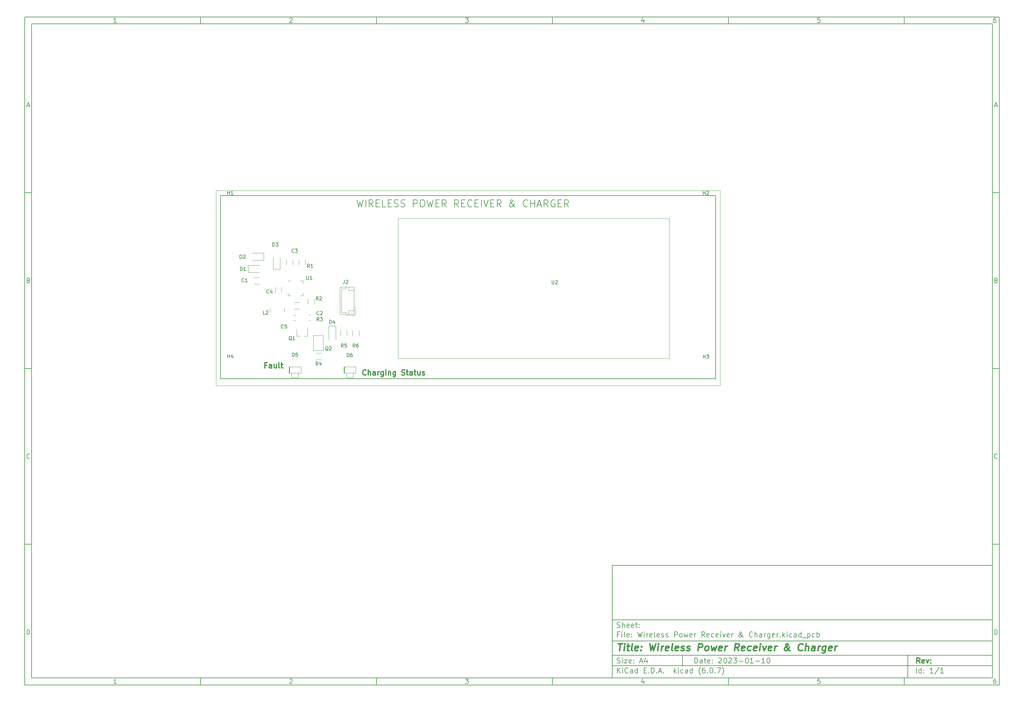
<source format=gbr>
%TF.GenerationSoftware,KiCad,Pcbnew,(6.0.7)*%
%TF.CreationDate,2023-01-12T19:29:26+03:00*%
%TF.ProjectId,Wireless Power Receiver & Charger,57697265-6c65-4737-9320-506f77657220,rev?*%
%TF.SameCoordinates,Original*%
%TF.FileFunction,Legend,Top*%
%TF.FilePolarity,Positive*%
%FSLAX46Y46*%
G04 Gerber Fmt 4.6, Leading zero omitted, Abs format (unit mm)*
G04 Created by KiCad (PCBNEW (6.0.7)) date 2023-01-12 19:29:26*
%MOMM*%
%LPD*%
G01*
G04 APERTURE LIST*
%ADD10C,0.100000*%
%ADD11C,0.150000*%
%ADD12C,0.300000*%
%ADD13C,0.400000*%
%TA.AperFunction,Profile*%
%ADD14C,0.100000*%
%TD*%
%ADD15C,0.120000*%
G04 APERTURE END LIST*
D10*
D11*
X177002200Y-166007200D02*
X177002200Y-198007200D01*
X285002200Y-198007200D01*
X285002200Y-166007200D01*
X177002200Y-166007200D01*
D10*
D11*
X10000000Y-10000000D02*
X10000000Y-200007200D01*
X287002200Y-200007200D01*
X287002200Y-10000000D01*
X10000000Y-10000000D01*
D10*
D11*
X12000000Y-12000000D02*
X12000000Y-198007200D01*
X285002200Y-198007200D01*
X285002200Y-12000000D01*
X12000000Y-12000000D01*
D10*
D11*
X60000000Y-12000000D02*
X60000000Y-10000000D01*
D10*
D11*
X110000000Y-12000000D02*
X110000000Y-10000000D01*
D10*
D11*
X160000000Y-12000000D02*
X160000000Y-10000000D01*
D10*
D11*
X210000000Y-12000000D02*
X210000000Y-10000000D01*
D10*
D11*
X260000000Y-12000000D02*
X260000000Y-10000000D01*
D10*
D11*
X36065476Y-11588095D02*
X35322619Y-11588095D01*
X35694047Y-11588095D02*
X35694047Y-10288095D01*
X35570238Y-10473809D01*
X35446428Y-10597619D01*
X35322619Y-10659523D01*
D10*
D11*
X85322619Y-10411904D02*
X85384523Y-10350000D01*
X85508333Y-10288095D01*
X85817857Y-10288095D01*
X85941666Y-10350000D01*
X86003571Y-10411904D01*
X86065476Y-10535714D01*
X86065476Y-10659523D01*
X86003571Y-10845238D01*
X85260714Y-11588095D01*
X86065476Y-11588095D01*
D10*
D11*
X135260714Y-10288095D02*
X136065476Y-10288095D01*
X135632142Y-10783333D01*
X135817857Y-10783333D01*
X135941666Y-10845238D01*
X136003571Y-10907142D01*
X136065476Y-11030952D01*
X136065476Y-11340476D01*
X136003571Y-11464285D01*
X135941666Y-11526190D01*
X135817857Y-11588095D01*
X135446428Y-11588095D01*
X135322619Y-11526190D01*
X135260714Y-11464285D01*
D10*
D11*
X185941666Y-10721428D02*
X185941666Y-11588095D01*
X185632142Y-10226190D02*
X185322619Y-11154761D01*
X186127380Y-11154761D01*
D10*
D11*
X236003571Y-10288095D02*
X235384523Y-10288095D01*
X235322619Y-10907142D01*
X235384523Y-10845238D01*
X235508333Y-10783333D01*
X235817857Y-10783333D01*
X235941666Y-10845238D01*
X236003571Y-10907142D01*
X236065476Y-11030952D01*
X236065476Y-11340476D01*
X236003571Y-11464285D01*
X235941666Y-11526190D01*
X235817857Y-11588095D01*
X235508333Y-11588095D01*
X235384523Y-11526190D01*
X235322619Y-11464285D01*
D10*
D11*
X285941666Y-10288095D02*
X285694047Y-10288095D01*
X285570238Y-10350000D01*
X285508333Y-10411904D01*
X285384523Y-10597619D01*
X285322619Y-10845238D01*
X285322619Y-11340476D01*
X285384523Y-11464285D01*
X285446428Y-11526190D01*
X285570238Y-11588095D01*
X285817857Y-11588095D01*
X285941666Y-11526190D01*
X286003571Y-11464285D01*
X286065476Y-11340476D01*
X286065476Y-11030952D01*
X286003571Y-10907142D01*
X285941666Y-10845238D01*
X285817857Y-10783333D01*
X285570238Y-10783333D01*
X285446428Y-10845238D01*
X285384523Y-10907142D01*
X285322619Y-11030952D01*
D10*
D11*
X60000000Y-198007200D02*
X60000000Y-200007200D01*
D10*
D11*
X110000000Y-198007200D02*
X110000000Y-200007200D01*
D10*
D11*
X160000000Y-198007200D02*
X160000000Y-200007200D01*
D10*
D11*
X210000000Y-198007200D02*
X210000000Y-200007200D01*
D10*
D11*
X260000000Y-198007200D02*
X260000000Y-200007200D01*
D10*
D11*
X36065476Y-199595295D02*
X35322619Y-199595295D01*
X35694047Y-199595295D02*
X35694047Y-198295295D01*
X35570238Y-198481009D01*
X35446428Y-198604819D01*
X35322619Y-198666723D01*
D10*
D11*
X85322619Y-198419104D02*
X85384523Y-198357200D01*
X85508333Y-198295295D01*
X85817857Y-198295295D01*
X85941666Y-198357200D01*
X86003571Y-198419104D01*
X86065476Y-198542914D01*
X86065476Y-198666723D01*
X86003571Y-198852438D01*
X85260714Y-199595295D01*
X86065476Y-199595295D01*
D10*
D11*
X135260714Y-198295295D02*
X136065476Y-198295295D01*
X135632142Y-198790533D01*
X135817857Y-198790533D01*
X135941666Y-198852438D01*
X136003571Y-198914342D01*
X136065476Y-199038152D01*
X136065476Y-199347676D01*
X136003571Y-199471485D01*
X135941666Y-199533390D01*
X135817857Y-199595295D01*
X135446428Y-199595295D01*
X135322619Y-199533390D01*
X135260714Y-199471485D01*
D10*
D11*
X185941666Y-198728628D02*
X185941666Y-199595295D01*
X185632142Y-198233390D02*
X185322619Y-199161961D01*
X186127380Y-199161961D01*
D10*
D11*
X236003571Y-198295295D02*
X235384523Y-198295295D01*
X235322619Y-198914342D01*
X235384523Y-198852438D01*
X235508333Y-198790533D01*
X235817857Y-198790533D01*
X235941666Y-198852438D01*
X236003571Y-198914342D01*
X236065476Y-199038152D01*
X236065476Y-199347676D01*
X236003571Y-199471485D01*
X235941666Y-199533390D01*
X235817857Y-199595295D01*
X235508333Y-199595295D01*
X235384523Y-199533390D01*
X235322619Y-199471485D01*
D10*
D11*
X285941666Y-198295295D02*
X285694047Y-198295295D01*
X285570238Y-198357200D01*
X285508333Y-198419104D01*
X285384523Y-198604819D01*
X285322619Y-198852438D01*
X285322619Y-199347676D01*
X285384523Y-199471485D01*
X285446428Y-199533390D01*
X285570238Y-199595295D01*
X285817857Y-199595295D01*
X285941666Y-199533390D01*
X286003571Y-199471485D01*
X286065476Y-199347676D01*
X286065476Y-199038152D01*
X286003571Y-198914342D01*
X285941666Y-198852438D01*
X285817857Y-198790533D01*
X285570238Y-198790533D01*
X285446428Y-198852438D01*
X285384523Y-198914342D01*
X285322619Y-199038152D01*
D10*
D11*
X10000000Y-60000000D02*
X12000000Y-60000000D01*
D10*
D11*
X10000000Y-110000000D02*
X12000000Y-110000000D01*
D10*
D11*
X10000000Y-160000000D02*
X12000000Y-160000000D01*
D10*
D11*
X10690476Y-35216666D02*
X11309523Y-35216666D01*
X10566666Y-35588095D02*
X11000000Y-34288095D01*
X11433333Y-35588095D01*
D10*
D11*
X11092857Y-84907142D02*
X11278571Y-84969047D01*
X11340476Y-85030952D01*
X11402380Y-85154761D01*
X11402380Y-85340476D01*
X11340476Y-85464285D01*
X11278571Y-85526190D01*
X11154761Y-85588095D01*
X10659523Y-85588095D01*
X10659523Y-84288095D01*
X11092857Y-84288095D01*
X11216666Y-84350000D01*
X11278571Y-84411904D01*
X11340476Y-84535714D01*
X11340476Y-84659523D01*
X11278571Y-84783333D01*
X11216666Y-84845238D01*
X11092857Y-84907142D01*
X10659523Y-84907142D01*
D10*
D11*
X11402380Y-135464285D02*
X11340476Y-135526190D01*
X11154761Y-135588095D01*
X11030952Y-135588095D01*
X10845238Y-135526190D01*
X10721428Y-135402380D01*
X10659523Y-135278571D01*
X10597619Y-135030952D01*
X10597619Y-134845238D01*
X10659523Y-134597619D01*
X10721428Y-134473809D01*
X10845238Y-134350000D01*
X11030952Y-134288095D01*
X11154761Y-134288095D01*
X11340476Y-134350000D01*
X11402380Y-134411904D01*
D10*
D11*
X10659523Y-185588095D02*
X10659523Y-184288095D01*
X10969047Y-184288095D01*
X11154761Y-184350000D01*
X11278571Y-184473809D01*
X11340476Y-184597619D01*
X11402380Y-184845238D01*
X11402380Y-185030952D01*
X11340476Y-185278571D01*
X11278571Y-185402380D01*
X11154761Y-185526190D01*
X10969047Y-185588095D01*
X10659523Y-185588095D01*
D10*
D11*
X287002200Y-60000000D02*
X285002200Y-60000000D01*
D10*
D11*
X287002200Y-110000000D02*
X285002200Y-110000000D01*
D10*
D11*
X287002200Y-160000000D02*
X285002200Y-160000000D01*
D10*
D11*
X285692676Y-35216666D02*
X286311723Y-35216666D01*
X285568866Y-35588095D02*
X286002200Y-34288095D01*
X286435533Y-35588095D01*
D10*
D11*
X286095057Y-84907142D02*
X286280771Y-84969047D01*
X286342676Y-85030952D01*
X286404580Y-85154761D01*
X286404580Y-85340476D01*
X286342676Y-85464285D01*
X286280771Y-85526190D01*
X286156961Y-85588095D01*
X285661723Y-85588095D01*
X285661723Y-84288095D01*
X286095057Y-84288095D01*
X286218866Y-84350000D01*
X286280771Y-84411904D01*
X286342676Y-84535714D01*
X286342676Y-84659523D01*
X286280771Y-84783333D01*
X286218866Y-84845238D01*
X286095057Y-84907142D01*
X285661723Y-84907142D01*
D10*
D11*
X286404580Y-135464285D02*
X286342676Y-135526190D01*
X286156961Y-135588095D01*
X286033152Y-135588095D01*
X285847438Y-135526190D01*
X285723628Y-135402380D01*
X285661723Y-135278571D01*
X285599819Y-135030952D01*
X285599819Y-134845238D01*
X285661723Y-134597619D01*
X285723628Y-134473809D01*
X285847438Y-134350000D01*
X286033152Y-134288095D01*
X286156961Y-134288095D01*
X286342676Y-134350000D01*
X286404580Y-134411904D01*
D10*
D11*
X285661723Y-185588095D02*
X285661723Y-184288095D01*
X285971247Y-184288095D01*
X286156961Y-184350000D01*
X286280771Y-184473809D01*
X286342676Y-184597619D01*
X286404580Y-184845238D01*
X286404580Y-185030952D01*
X286342676Y-185278571D01*
X286280771Y-185402380D01*
X286156961Y-185526190D01*
X285971247Y-185588095D01*
X285661723Y-185588095D01*
D10*
D11*
X200434342Y-193785771D02*
X200434342Y-192285771D01*
X200791485Y-192285771D01*
X201005771Y-192357200D01*
X201148628Y-192500057D01*
X201220057Y-192642914D01*
X201291485Y-192928628D01*
X201291485Y-193142914D01*
X201220057Y-193428628D01*
X201148628Y-193571485D01*
X201005771Y-193714342D01*
X200791485Y-193785771D01*
X200434342Y-193785771D01*
X202577200Y-193785771D02*
X202577200Y-193000057D01*
X202505771Y-192857200D01*
X202362914Y-192785771D01*
X202077200Y-192785771D01*
X201934342Y-192857200D01*
X202577200Y-193714342D02*
X202434342Y-193785771D01*
X202077200Y-193785771D01*
X201934342Y-193714342D01*
X201862914Y-193571485D01*
X201862914Y-193428628D01*
X201934342Y-193285771D01*
X202077200Y-193214342D01*
X202434342Y-193214342D01*
X202577200Y-193142914D01*
X203077200Y-192785771D02*
X203648628Y-192785771D01*
X203291485Y-192285771D02*
X203291485Y-193571485D01*
X203362914Y-193714342D01*
X203505771Y-193785771D01*
X203648628Y-193785771D01*
X204720057Y-193714342D02*
X204577200Y-193785771D01*
X204291485Y-193785771D01*
X204148628Y-193714342D01*
X204077200Y-193571485D01*
X204077200Y-193000057D01*
X204148628Y-192857200D01*
X204291485Y-192785771D01*
X204577200Y-192785771D01*
X204720057Y-192857200D01*
X204791485Y-193000057D01*
X204791485Y-193142914D01*
X204077200Y-193285771D01*
X205434342Y-193642914D02*
X205505771Y-193714342D01*
X205434342Y-193785771D01*
X205362914Y-193714342D01*
X205434342Y-193642914D01*
X205434342Y-193785771D01*
X205434342Y-192857200D02*
X205505771Y-192928628D01*
X205434342Y-193000057D01*
X205362914Y-192928628D01*
X205434342Y-192857200D01*
X205434342Y-193000057D01*
X207220057Y-192428628D02*
X207291485Y-192357200D01*
X207434342Y-192285771D01*
X207791485Y-192285771D01*
X207934342Y-192357200D01*
X208005771Y-192428628D01*
X208077200Y-192571485D01*
X208077200Y-192714342D01*
X208005771Y-192928628D01*
X207148628Y-193785771D01*
X208077200Y-193785771D01*
X209005771Y-192285771D02*
X209148628Y-192285771D01*
X209291485Y-192357200D01*
X209362914Y-192428628D01*
X209434342Y-192571485D01*
X209505771Y-192857200D01*
X209505771Y-193214342D01*
X209434342Y-193500057D01*
X209362914Y-193642914D01*
X209291485Y-193714342D01*
X209148628Y-193785771D01*
X209005771Y-193785771D01*
X208862914Y-193714342D01*
X208791485Y-193642914D01*
X208720057Y-193500057D01*
X208648628Y-193214342D01*
X208648628Y-192857200D01*
X208720057Y-192571485D01*
X208791485Y-192428628D01*
X208862914Y-192357200D01*
X209005771Y-192285771D01*
X210077200Y-192428628D02*
X210148628Y-192357200D01*
X210291485Y-192285771D01*
X210648628Y-192285771D01*
X210791485Y-192357200D01*
X210862914Y-192428628D01*
X210934342Y-192571485D01*
X210934342Y-192714342D01*
X210862914Y-192928628D01*
X210005771Y-193785771D01*
X210934342Y-193785771D01*
X211434342Y-192285771D02*
X212362914Y-192285771D01*
X211862914Y-192857200D01*
X212077200Y-192857200D01*
X212220057Y-192928628D01*
X212291485Y-193000057D01*
X212362914Y-193142914D01*
X212362914Y-193500057D01*
X212291485Y-193642914D01*
X212220057Y-193714342D01*
X212077200Y-193785771D01*
X211648628Y-193785771D01*
X211505771Y-193714342D01*
X211434342Y-193642914D01*
X213005771Y-193214342D02*
X214148628Y-193214342D01*
X215148628Y-192285771D02*
X215291485Y-192285771D01*
X215434342Y-192357200D01*
X215505771Y-192428628D01*
X215577200Y-192571485D01*
X215648628Y-192857200D01*
X215648628Y-193214342D01*
X215577200Y-193500057D01*
X215505771Y-193642914D01*
X215434342Y-193714342D01*
X215291485Y-193785771D01*
X215148628Y-193785771D01*
X215005771Y-193714342D01*
X214934342Y-193642914D01*
X214862914Y-193500057D01*
X214791485Y-193214342D01*
X214791485Y-192857200D01*
X214862914Y-192571485D01*
X214934342Y-192428628D01*
X215005771Y-192357200D01*
X215148628Y-192285771D01*
X217077200Y-193785771D02*
X216220057Y-193785771D01*
X216648628Y-193785771D02*
X216648628Y-192285771D01*
X216505771Y-192500057D01*
X216362914Y-192642914D01*
X216220057Y-192714342D01*
X217720057Y-193214342D02*
X218862914Y-193214342D01*
X220362914Y-193785771D02*
X219505771Y-193785771D01*
X219934342Y-193785771D02*
X219934342Y-192285771D01*
X219791485Y-192500057D01*
X219648628Y-192642914D01*
X219505771Y-192714342D01*
X221291485Y-192285771D02*
X221434342Y-192285771D01*
X221577200Y-192357200D01*
X221648628Y-192428628D01*
X221720057Y-192571485D01*
X221791485Y-192857200D01*
X221791485Y-193214342D01*
X221720057Y-193500057D01*
X221648628Y-193642914D01*
X221577200Y-193714342D01*
X221434342Y-193785771D01*
X221291485Y-193785771D01*
X221148628Y-193714342D01*
X221077200Y-193642914D01*
X221005771Y-193500057D01*
X220934342Y-193214342D01*
X220934342Y-192857200D01*
X221005771Y-192571485D01*
X221077200Y-192428628D01*
X221148628Y-192357200D01*
X221291485Y-192285771D01*
D10*
D11*
X177002200Y-194507200D02*
X285002200Y-194507200D01*
D10*
D11*
X178434342Y-196585771D02*
X178434342Y-195085771D01*
X179291485Y-196585771D02*
X178648628Y-195728628D01*
X179291485Y-195085771D02*
X178434342Y-195942914D01*
X179934342Y-196585771D02*
X179934342Y-195585771D01*
X179934342Y-195085771D02*
X179862914Y-195157200D01*
X179934342Y-195228628D01*
X180005771Y-195157200D01*
X179934342Y-195085771D01*
X179934342Y-195228628D01*
X181505771Y-196442914D02*
X181434342Y-196514342D01*
X181220057Y-196585771D01*
X181077200Y-196585771D01*
X180862914Y-196514342D01*
X180720057Y-196371485D01*
X180648628Y-196228628D01*
X180577200Y-195942914D01*
X180577200Y-195728628D01*
X180648628Y-195442914D01*
X180720057Y-195300057D01*
X180862914Y-195157200D01*
X181077200Y-195085771D01*
X181220057Y-195085771D01*
X181434342Y-195157200D01*
X181505771Y-195228628D01*
X182791485Y-196585771D02*
X182791485Y-195800057D01*
X182720057Y-195657200D01*
X182577200Y-195585771D01*
X182291485Y-195585771D01*
X182148628Y-195657200D01*
X182791485Y-196514342D02*
X182648628Y-196585771D01*
X182291485Y-196585771D01*
X182148628Y-196514342D01*
X182077200Y-196371485D01*
X182077200Y-196228628D01*
X182148628Y-196085771D01*
X182291485Y-196014342D01*
X182648628Y-196014342D01*
X182791485Y-195942914D01*
X184148628Y-196585771D02*
X184148628Y-195085771D01*
X184148628Y-196514342D02*
X184005771Y-196585771D01*
X183720057Y-196585771D01*
X183577200Y-196514342D01*
X183505771Y-196442914D01*
X183434342Y-196300057D01*
X183434342Y-195871485D01*
X183505771Y-195728628D01*
X183577200Y-195657200D01*
X183720057Y-195585771D01*
X184005771Y-195585771D01*
X184148628Y-195657200D01*
X186005771Y-195800057D02*
X186505771Y-195800057D01*
X186720057Y-196585771D02*
X186005771Y-196585771D01*
X186005771Y-195085771D01*
X186720057Y-195085771D01*
X187362914Y-196442914D02*
X187434342Y-196514342D01*
X187362914Y-196585771D01*
X187291485Y-196514342D01*
X187362914Y-196442914D01*
X187362914Y-196585771D01*
X188077200Y-196585771D02*
X188077200Y-195085771D01*
X188434342Y-195085771D01*
X188648628Y-195157200D01*
X188791485Y-195300057D01*
X188862914Y-195442914D01*
X188934342Y-195728628D01*
X188934342Y-195942914D01*
X188862914Y-196228628D01*
X188791485Y-196371485D01*
X188648628Y-196514342D01*
X188434342Y-196585771D01*
X188077200Y-196585771D01*
X189577200Y-196442914D02*
X189648628Y-196514342D01*
X189577200Y-196585771D01*
X189505771Y-196514342D01*
X189577200Y-196442914D01*
X189577200Y-196585771D01*
X190220057Y-196157200D02*
X190934342Y-196157200D01*
X190077200Y-196585771D02*
X190577200Y-195085771D01*
X191077200Y-196585771D01*
X191577200Y-196442914D02*
X191648628Y-196514342D01*
X191577200Y-196585771D01*
X191505771Y-196514342D01*
X191577200Y-196442914D01*
X191577200Y-196585771D01*
X194577200Y-196585771D02*
X194577200Y-195085771D01*
X194720057Y-196014342D02*
X195148628Y-196585771D01*
X195148628Y-195585771D02*
X194577200Y-196157200D01*
X195791485Y-196585771D02*
X195791485Y-195585771D01*
X195791485Y-195085771D02*
X195720057Y-195157200D01*
X195791485Y-195228628D01*
X195862914Y-195157200D01*
X195791485Y-195085771D01*
X195791485Y-195228628D01*
X197148628Y-196514342D02*
X197005771Y-196585771D01*
X196720057Y-196585771D01*
X196577200Y-196514342D01*
X196505771Y-196442914D01*
X196434342Y-196300057D01*
X196434342Y-195871485D01*
X196505771Y-195728628D01*
X196577200Y-195657200D01*
X196720057Y-195585771D01*
X197005771Y-195585771D01*
X197148628Y-195657200D01*
X198434342Y-196585771D02*
X198434342Y-195800057D01*
X198362914Y-195657200D01*
X198220057Y-195585771D01*
X197934342Y-195585771D01*
X197791485Y-195657200D01*
X198434342Y-196514342D02*
X198291485Y-196585771D01*
X197934342Y-196585771D01*
X197791485Y-196514342D01*
X197720057Y-196371485D01*
X197720057Y-196228628D01*
X197791485Y-196085771D01*
X197934342Y-196014342D01*
X198291485Y-196014342D01*
X198434342Y-195942914D01*
X199791485Y-196585771D02*
X199791485Y-195085771D01*
X199791485Y-196514342D02*
X199648628Y-196585771D01*
X199362914Y-196585771D01*
X199220057Y-196514342D01*
X199148628Y-196442914D01*
X199077200Y-196300057D01*
X199077200Y-195871485D01*
X199148628Y-195728628D01*
X199220057Y-195657200D01*
X199362914Y-195585771D01*
X199648628Y-195585771D01*
X199791485Y-195657200D01*
X202077200Y-197157200D02*
X202005771Y-197085771D01*
X201862914Y-196871485D01*
X201791485Y-196728628D01*
X201720057Y-196514342D01*
X201648628Y-196157200D01*
X201648628Y-195871485D01*
X201720057Y-195514342D01*
X201791485Y-195300057D01*
X201862914Y-195157200D01*
X202005771Y-194942914D01*
X202077200Y-194871485D01*
X203291485Y-195085771D02*
X203005771Y-195085771D01*
X202862914Y-195157200D01*
X202791485Y-195228628D01*
X202648628Y-195442914D01*
X202577200Y-195728628D01*
X202577200Y-196300057D01*
X202648628Y-196442914D01*
X202720057Y-196514342D01*
X202862914Y-196585771D01*
X203148628Y-196585771D01*
X203291485Y-196514342D01*
X203362914Y-196442914D01*
X203434342Y-196300057D01*
X203434342Y-195942914D01*
X203362914Y-195800057D01*
X203291485Y-195728628D01*
X203148628Y-195657200D01*
X202862914Y-195657200D01*
X202720057Y-195728628D01*
X202648628Y-195800057D01*
X202577200Y-195942914D01*
X204077200Y-196442914D02*
X204148628Y-196514342D01*
X204077200Y-196585771D01*
X204005771Y-196514342D01*
X204077200Y-196442914D01*
X204077200Y-196585771D01*
X205077200Y-195085771D02*
X205220057Y-195085771D01*
X205362914Y-195157200D01*
X205434342Y-195228628D01*
X205505771Y-195371485D01*
X205577200Y-195657200D01*
X205577200Y-196014342D01*
X205505771Y-196300057D01*
X205434342Y-196442914D01*
X205362914Y-196514342D01*
X205220057Y-196585771D01*
X205077200Y-196585771D01*
X204934342Y-196514342D01*
X204862914Y-196442914D01*
X204791485Y-196300057D01*
X204720057Y-196014342D01*
X204720057Y-195657200D01*
X204791485Y-195371485D01*
X204862914Y-195228628D01*
X204934342Y-195157200D01*
X205077200Y-195085771D01*
X206220057Y-196442914D02*
X206291485Y-196514342D01*
X206220057Y-196585771D01*
X206148628Y-196514342D01*
X206220057Y-196442914D01*
X206220057Y-196585771D01*
X206791485Y-195085771D02*
X207791485Y-195085771D01*
X207148628Y-196585771D01*
X208220057Y-197157200D02*
X208291485Y-197085771D01*
X208434342Y-196871485D01*
X208505771Y-196728628D01*
X208577200Y-196514342D01*
X208648628Y-196157200D01*
X208648628Y-195871485D01*
X208577200Y-195514342D01*
X208505771Y-195300057D01*
X208434342Y-195157200D01*
X208291485Y-194942914D01*
X208220057Y-194871485D01*
D10*
D11*
X177002200Y-191507200D02*
X285002200Y-191507200D01*
D10*
D12*
X264411485Y-193785771D02*
X263911485Y-193071485D01*
X263554342Y-193785771D02*
X263554342Y-192285771D01*
X264125771Y-192285771D01*
X264268628Y-192357200D01*
X264340057Y-192428628D01*
X264411485Y-192571485D01*
X264411485Y-192785771D01*
X264340057Y-192928628D01*
X264268628Y-193000057D01*
X264125771Y-193071485D01*
X263554342Y-193071485D01*
X265625771Y-193714342D02*
X265482914Y-193785771D01*
X265197200Y-193785771D01*
X265054342Y-193714342D01*
X264982914Y-193571485D01*
X264982914Y-193000057D01*
X265054342Y-192857200D01*
X265197200Y-192785771D01*
X265482914Y-192785771D01*
X265625771Y-192857200D01*
X265697200Y-193000057D01*
X265697200Y-193142914D01*
X264982914Y-193285771D01*
X266197200Y-192785771D02*
X266554342Y-193785771D01*
X266911485Y-192785771D01*
X267482914Y-193642914D02*
X267554342Y-193714342D01*
X267482914Y-193785771D01*
X267411485Y-193714342D01*
X267482914Y-193642914D01*
X267482914Y-193785771D01*
X267482914Y-192857200D02*
X267554342Y-192928628D01*
X267482914Y-193000057D01*
X267411485Y-192928628D01*
X267482914Y-192857200D01*
X267482914Y-193000057D01*
D10*
D11*
X178362914Y-193714342D02*
X178577200Y-193785771D01*
X178934342Y-193785771D01*
X179077200Y-193714342D01*
X179148628Y-193642914D01*
X179220057Y-193500057D01*
X179220057Y-193357200D01*
X179148628Y-193214342D01*
X179077200Y-193142914D01*
X178934342Y-193071485D01*
X178648628Y-193000057D01*
X178505771Y-192928628D01*
X178434342Y-192857200D01*
X178362914Y-192714342D01*
X178362914Y-192571485D01*
X178434342Y-192428628D01*
X178505771Y-192357200D01*
X178648628Y-192285771D01*
X179005771Y-192285771D01*
X179220057Y-192357200D01*
X179862914Y-193785771D02*
X179862914Y-192785771D01*
X179862914Y-192285771D02*
X179791485Y-192357200D01*
X179862914Y-192428628D01*
X179934342Y-192357200D01*
X179862914Y-192285771D01*
X179862914Y-192428628D01*
X180434342Y-192785771D02*
X181220057Y-192785771D01*
X180434342Y-193785771D01*
X181220057Y-193785771D01*
X182362914Y-193714342D02*
X182220057Y-193785771D01*
X181934342Y-193785771D01*
X181791485Y-193714342D01*
X181720057Y-193571485D01*
X181720057Y-193000057D01*
X181791485Y-192857200D01*
X181934342Y-192785771D01*
X182220057Y-192785771D01*
X182362914Y-192857200D01*
X182434342Y-193000057D01*
X182434342Y-193142914D01*
X181720057Y-193285771D01*
X183077200Y-193642914D02*
X183148628Y-193714342D01*
X183077200Y-193785771D01*
X183005771Y-193714342D01*
X183077200Y-193642914D01*
X183077200Y-193785771D01*
X183077200Y-192857200D02*
X183148628Y-192928628D01*
X183077200Y-193000057D01*
X183005771Y-192928628D01*
X183077200Y-192857200D01*
X183077200Y-193000057D01*
X184862914Y-193357200D02*
X185577200Y-193357200D01*
X184720057Y-193785771D02*
X185220057Y-192285771D01*
X185720057Y-193785771D01*
X186862914Y-192785771D02*
X186862914Y-193785771D01*
X186505771Y-192214342D02*
X186148628Y-193285771D01*
X187077200Y-193285771D01*
D10*
D11*
X263434342Y-196585771D02*
X263434342Y-195085771D01*
X264791485Y-196585771D02*
X264791485Y-195085771D01*
X264791485Y-196514342D02*
X264648628Y-196585771D01*
X264362914Y-196585771D01*
X264220057Y-196514342D01*
X264148628Y-196442914D01*
X264077200Y-196300057D01*
X264077200Y-195871485D01*
X264148628Y-195728628D01*
X264220057Y-195657200D01*
X264362914Y-195585771D01*
X264648628Y-195585771D01*
X264791485Y-195657200D01*
X265505771Y-196442914D02*
X265577200Y-196514342D01*
X265505771Y-196585771D01*
X265434342Y-196514342D01*
X265505771Y-196442914D01*
X265505771Y-196585771D01*
X265505771Y-195657200D02*
X265577200Y-195728628D01*
X265505771Y-195800057D01*
X265434342Y-195728628D01*
X265505771Y-195657200D01*
X265505771Y-195800057D01*
X268148628Y-196585771D02*
X267291485Y-196585771D01*
X267720057Y-196585771D02*
X267720057Y-195085771D01*
X267577200Y-195300057D01*
X267434342Y-195442914D01*
X267291485Y-195514342D01*
X269862914Y-195014342D02*
X268577200Y-196942914D01*
X271148628Y-196585771D02*
X270291485Y-196585771D01*
X270720057Y-196585771D02*
X270720057Y-195085771D01*
X270577200Y-195300057D01*
X270434342Y-195442914D01*
X270291485Y-195514342D01*
D10*
D11*
X177002200Y-187507200D02*
X285002200Y-187507200D01*
D10*
D13*
X178714580Y-188211961D02*
X179857438Y-188211961D01*
X179036009Y-190211961D02*
X179286009Y-188211961D01*
X180274104Y-190211961D02*
X180440771Y-188878628D01*
X180524104Y-188211961D02*
X180416961Y-188307200D01*
X180500295Y-188402438D01*
X180607438Y-188307200D01*
X180524104Y-188211961D01*
X180500295Y-188402438D01*
X181107438Y-188878628D02*
X181869342Y-188878628D01*
X181476485Y-188211961D02*
X181262200Y-189926247D01*
X181333628Y-190116723D01*
X181512200Y-190211961D01*
X181702676Y-190211961D01*
X182655057Y-190211961D02*
X182476485Y-190116723D01*
X182405057Y-189926247D01*
X182619342Y-188211961D01*
X184190771Y-190116723D02*
X183988390Y-190211961D01*
X183607438Y-190211961D01*
X183428866Y-190116723D01*
X183357438Y-189926247D01*
X183452676Y-189164342D01*
X183571723Y-188973866D01*
X183774104Y-188878628D01*
X184155057Y-188878628D01*
X184333628Y-188973866D01*
X184405057Y-189164342D01*
X184381247Y-189354819D01*
X183405057Y-189545295D01*
X185155057Y-190021485D02*
X185238390Y-190116723D01*
X185131247Y-190211961D01*
X185047914Y-190116723D01*
X185155057Y-190021485D01*
X185131247Y-190211961D01*
X185286009Y-188973866D02*
X185369342Y-189069104D01*
X185262200Y-189164342D01*
X185178866Y-189069104D01*
X185286009Y-188973866D01*
X185262200Y-189164342D01*
X187666961Y-188211961D02*
X187893152Y-190211961D01*
X188452676Y-188783390D01*
X188655057Y-190211961D01*
X189381247Y-188211961D01*
X189893152Y-190211961D02*
X190059819Y-188878628D01*
X190143152Y-188211961D02*
X190036009Y-188307200D01*
X190119342Y-188402438D01*
X190226485Y-188307200D01*
X190143152Y-188211961D01*
X190119342Y-188402438D01*
X190845533Y-190211961D02*
X191012200Y-188878628D01*
X190964580Y-189259580D02*
X191083628Y-189069104D01*
X191190771Y-188973866D01*
X191393152Y-188878628D01*
X191583628Y-188878628D01*
X192857438Y-190116723D02*
X192655057Y-190211961D01*
X192274104Y-190211961D01*
X192095533Y-190116723D01*
X192024104Y-189926247D01*
X192119342Y-189164342D01*
X192238390Y-188973866D01*
X192440771Y-188878628D01*
X192821723Y-188878628D01*
X193000295Y-188973866D01*
X193071723Y-189164342D01*
X193047914Y-189354819D01*
X192071723Y-189545295D01*
X194083628Y-190211961D02*
X193905057Y-190116723D01*
X193833628Y-189926247D01*
X194047914Y-188211961D01*
X195619342Y-190116723D02*
X195416961Y-190211961D01*
X195036009Y-190211961D01*
X194857438Y-190116723D01*
X194786009Y-189926247D01*
X194881247Y-189164342D01*
X195000295Y-188973866D01*
X195202676Y-188878628D01*
X195583628Y-188878628D01*
X195762200Y-188973866D01*
X195833628Y-189164342D01*
X195809819Y-189354819D01*
X194833628Y-189545295D01*
X196476485Y-190116723D02*
X196655057Y-190211961D01*
X197036009Y-190211961D01*
X197238390Y-190116723D01*
X197357438Y-189926247D01*
X197369342Y-189831009D01*
X197297914Y-189640533D01*
X197119342Y-189545295D01*
X196833628Y-189545295D01*
X196655057Y-189450057D01*
X196583628Y-189259580D01*
X196595533Y-189164342D01*
X196714580Y-188973866D01*
X196916961Y-188878628D01*
X197202676Y-188878628D01*
X197381247Y-188973866D01*
X198095533Y-190116723D02*
X198274104Y-190211961D01*
X198655057Y-190211961D01*
X198857438Y-190116723D01*
X198976485Y-189926247D01*
X198988390Y-189831009D01*
X198916961Y-189640533D01*
X198738390Y-189545295D01*
X198452676Y-189545295D01*
X198274104Y-189450057D01*
X198202676Y-189259580D01*
X198214580Y-189164342D01*
X198333628Y-188973866D01*
X198536009Y-188878628D01*
X198821723Y-188878628D01*
X199000295Y-188973866D01*
X201321723Y-190211961D02*
X201571723Y-188211961D01*
X202333628Y-188211961D01*
X202512200Y-188307200D01*
X202595533Y-188402438D01*
X202666961Y-188592914D01*
X202631247Y-188878628D01*
X202512200Y-189069104D01*
X202405057Y-189164342D01*
X202202676Y-189259580D01*
X201440771Y-189259580D01*
X203607438Y-190211961D02*
X203428866Y-190116723D01*
X203345533Y-190021485D01*
X203274104Y-189831009D01*
X203345533Y-189259580D01*
X203464580Y-189069104D01*
X203571723Y-188973866D01*
X203774104Y-188878628D01*
X204059819Y-188878628D01*
X204238390Y-188973866D01*
X204321723Y-189069104D01*
X204393152Y-189259580D01*
X204321723Y-189831009D01*
X204202676Y-190021485D01*
X204095533Y-190116723D01*
X203893152Y-190211961D01*
X203607438Y-190211961D01*
X205107438Y-188878628D02*
X205321723Y-190211961D01*
X205821723Y-189259580D01*
X206083628Y-190211961D01*
X206631247Y-188878628D01*
X208000295Y-190116723D02*
X207797914Y-190211961D01*
X207416961Y-190211961D01*
X207238390Y-190116723D01*
X207166961Y-189926247D01*
X207262200Y-189164342D01*
X207381247Y-188973866D01*
X207583628Y-188878628D01*
X207964580Y-188878628D01*
X208143152Y-188973866D01*
X208214580Y-189164342D01*
X208190771Y-189354819D01*
X207214580Y-189545295D01*
X208940771Y-190211961D02*
X209107438Y-188878628D01*
X209059819Y-189259580D02*
X209178866Y-189069104D01*
X209286009Y-188973866D01*
X209488390Y-188878628D01*
X209678866Y-188878628D01*
X212845533Y-190211961D02*
X212297914Y-189259580D01*
X211702676Y-190211961D02*
X211952676Y-188211961D01*
X212714580Y-188211961D01*
X212893152Y-188307200D01*
X212976485Y-188402438D01*
X213047914Y-188592914D01*
X213012200Y-188878628D01*
X212893152Y-189069104D01*
X212786009Y-189164342D01*
X212583628Y-189259580D01*
X211821723Y-189259580D01*
X214476485Y-190116723D02*
X214274104Y-190211961D01*
X213893152Y-190211961D01*
X213714580Y-190116723D01*
X213643152Y-189926247D01*
X213738390Y-189164342D01*
X213857438Y-188973866D01*
X214059819Y-188878628D01*
X214440771Y-188878628D01*
X214619342Y-188973866D01*
X214690771Y-189164342D01*
X214666961Y-189354819D01*
X213690771Y-189545295D01*
X216286009Y-190116723D02*
X216083628Y-190211961D01*
X215702676Y-190211961D01*
X215524104Y-190116723D01*
X215440771Y-190021485D01*
X215369342Y-189831009D01*
X215440771Y-189259580D01*
X215559819Y-189069104D01*
X215666961Y-188973866D01*
X215869342Y-188878628D01*
X216250295Y-188878628D01*
X216428866Y-188973866D01*
X217905057Y-190116723D02*
X217702676Y-190211961D01*
X217321723Y-190211961D01*
X217143152Y-190116723D01*
X217071723Y-189926247D01*
X217166961Y-189164342D01*
X217286009Y-188973866D01*
X217488390Y-188878628D01*
X217869342Y-188878628D01*
X218047914Y-188973866D01*
X218119342Y-189164342D01*
X218095533Y-189354819D01*
X217119342Y-189545295D01*
X218845533Y-190211961D02*
X219012200Y-188878628D01*
X219095533Y-188211961D02*
X218988390Y-188307200D01*
X219071723Y-188402438D01*
X219178866Y-188307200D01*
X219095533Y-188211961D01*
X219071723Y-188402438D01*
X219774104Y-188878628D02*
X220083628Y-190211961D01*
X220726485Y-188878628D01*
X222095533Y-190116723D02*
X221893152Y-190211961D01*
X221512200Y-190211961D01*
X221333628Y-190116723D01*
X221262200Y-189926247D01*
X221357438Y-189164342D01*
X221476485Y-188973866D01*
X221678866Y-188878628D01*
X222059819Y-188878628D01*
X222238390Y-188973866D01*
X222309819Y-189164342D01*
X222286009Y-189354819D01*
X221309819Y-189545295D01*
X223036009Y-190211961D02*
X223202676Y-188878628D01*
X223155057Y-189259580D02*
X223274104Y-189069104D01*
X223381247Y-188973866D01*
X223583628Y-188878628D01*
X223774104Y-188878628D01*
X227416961Y-190211961D02*
X227321723Y-190211961D01*
X227143152Y-190116723D01*
X226893152Y-189831009D01*
X226488390Y-189259580D01*
X226333628Y-188973866D01*
X226274104Y-188688152D01*
X226297914Y-188497676D01*
X226416961Y-188307200D01*
X226619342Y-188211961D01*
X226714580Y-188211961D01*
X226893152Y-188307200D01*
X226964580Y-188497676D01*
X226952676Y-188592914D01*
X226833628Y-188783390D01*
X226726485Y-188878628D01*
X226107438Y-189259580D01*
X226000295Y-189354819D01*
X225881247Y-189545295D01*
X225845533Y-189831009D01*
X225916961Y-190021485D01*
X226000295Y-190116723D01*
X226178866Y-190211961D01*
X226464580Y-190211961D01*
X226666961Y-190116723D01*
X226774104Y-190021485D01*
X227107438Y-189640533D01*
X227238390Y-189354819D01*
X227262200Y-189164342D01*
X230964580Y-190021485D02*
X230857438Y-190116723D01*
X230559819Y-190211961D01*
X230369342Y-190211961D01*
X230095533Y-190116723D01*
X229928866Y-189926247D01*
X229857438Y-189735771D01*
X229809819Y-189354819D01*
X229845533Y-189069104D01*
X229988390Y-188688152D01*
X230107438Y-188497676D01*
X230321723Y-188307200D01*
X230619342Y-188211961D01*
X230809819Y-188211961D01*
X231083628Y-188307200D01*
X231166961Y-188402438D01*
X231797914Y-190211961D02*
X232047914Y-188211961D01*
X232655057Y-190211961D02*
X232786009Y-189164342D01*
X232714580Y-188973866D01*
X232536009Y-188878628D01*
X232250295Y-188878628D01*
X232047914Y-188973866D01*
X231940771Y-189069104D01*
X234464580Y-190211961D02*
X234595533Y-189164342D01*
X234524104Y-188973866D01*
X234345533Y-188878628D01*
X233964580Y-188878628D01*
X233762200Y-188973866D01*
X234476485Y-190116723D02*
X234274104Y-190211961D01*
X233797914Y-190211961D01*
X233619342Y-190116723D01*
X233547914Y-189926247D01*
X233571723Y-189735771D01*
X233690771Y-189545295D01*
X233893152Y-189450057D01*
X234369342Y-189450057D01*
X234571723Y-189354819D01*
X235416961Y-190211961D02*
X235583628Y-188878628D01*
X235536009Y-189259580D02*
X235655057Y-189069104D01*
X235762200Y-188973866D01*
X235964580Y-188878628D01*
X236155057Y-188878628D01*
X237678866Y-188878628D02*
X237476485Y-190497676D01*
X237357438Y-190688152D01*
X237250295Y-190783390D01*
X237047914Y-190878628D01*
X236762200Y-190878628D01*
X236583628Y-190783390D01*
X237524104Y-190116723D02*
X237321723Y-190211961D01*
X236940771Y-190211961D01*
X236762200Y-190116723D01*
X236678866Y-190021485D01*
X236607438Y-189831009D01*
X236678866Y-189259580D01*
X236797914Y-189069104D01*
X236905057Y-188973866D01*
X237107438Y-188878628D01*
X237488390Y-188878628D01*
X237666961Y-188973866D01*
X239238390Y-190116723D02*
X239036009Y-190211961D01*
X238655057Y-190211961D01*
X238476485Y-190116723D01*
X238405057Y-189926247D01*
X238500295Y-189164342D01*
X238619342Y-188973866D01*
X238821723Y-188878628D01*
X239202676Y-188878628D01*
X239381247Y-188973866D01*
X239452676Y-189164342D01*
X239428866Y-189354819D01*
X238452676Y-189545295D01*
X240178866Y-190211961D02*
X240345533Y-188878628D01*
X240297914Y-189259580D02*
X240416961Y-189069104D01*
X240524104Y-188973866D01*
X240726485Y-188878628D01*
X240916961Y-188878628D01*
D10*
D11*
X178934342Y-185600057D02*
X178434342Y-185600057D01*
X178434342Y-186385771D02*
X178434342Y-184885771D01*
X179148628Y-184885771D01*
X179720057Y-186385771D02*
X179720057Y-185385771D01*
X179720057Y-184885771D02*
X179648628Y-184957200D01*
X179720057Y-185028628D01*
X179791485Y-184957200D01*
X179720057Y-184885771D01*
X179720057Y-185028628D01*
X180648628Y-186385771D02*
X180505771Y-186314342D01*
X180434342Y-186171485D01*
X180434342Y-184885771D01*
X181791485Y-186314342D02*
X181648628Y-186385771D01*
X181362914Y-186385771D01*
X181220057Y-186314342D01*
X181148628Y-186171485D01*
X181148628Y-185600057D01*
X181220057Y-185457200D01*
X181362914Y-185385771D01*
X181648628Y-185385771D01*
X181791485Y-185457200D01*
X181862914Y-185600057D01*
X181862914Y-185742914D01*
X181148628Y-185885771D01*
X182505771Y-186242914D02*
X182577200Y-186314342D01*
X182505771Y-186385771D01*
X182434342Y-186314342D01*
X182505771Y-186242914D01*
X182505771Y-186385771D01*
X182505771Y-185457200D02*
X182577200Y-185528628D01*
X182505771Y-185600057D01*
X182434342Y-185528628D01*
X182505771Y-185457200D01*
X182505771Y-185600057D01*
X184220057Y-184885771D02*
X184577200Y-186385771D01*
X184862914Y-185314342D01*
X185148628Y-186385771D01*
X185505771Y-184885771D01*
X186077200Y-186385771D02*
X186077200Y-185385771D01*
X186077200Y-184885771D02*
X186005771Y-184957200D01*
X186077200Y-185028628D01*
X186148628Y-184957200D01*
X186077200Y-184885771D01*
X186077200Y-185028628D01*
X186791485Y-186385771D02*
X186791485Y-185385771D01*
X186791485Y-185671485D02*
X186862914Y-185528628D01*
X186934342Y-185457200D01*
X187077200Y-185385771D01*
X187220057Y-185385771D01*
X188291485Y-186314342D02*
X188148628Y-186385771D01*
X187862914Y-186385771D01*
X187720057Y-186314342D01*
X187648628Y-186171485D01*
X187648628Y-185600057D01*
X187720057Y-185457200D01*
X187862914Y-185385771D01*
X188148628Y-185385771D01*
X188291485Y-185457200D01*
X188362914Y-185600057D01*
X188362914Y-185742914D01*
X187648628Y-185885771D01*
X189220057Y-186385771D02*
X189077200Y-186314342D01*
X189005771Y-186171485D01*
X189005771Y-184885771D01*
X190362914Y-186314342D02*
X190220057Y-186385771D01*
X189934342Y-186385771D01*
X189791485Y-186314342D01*
X189720057Y-186171485D01*
X189720057Y-185600057D01*
X189791485Y-185457200D01*
X189934342Y-185385771D01*
X190220057Y-185385771D01*
X190362914Y-185457200D01*
X190434342Y-185600057D01*
X190434342Y-185742914D01*
X189720057Y-185885771D01*
X191005771Y-186314342D02*
X191148628Y-186385771D01*
X191434342Y-186385771D01*
X191577200Y-186314342D01*
X191648628Y-186171485D01*
X191648628Y-186100057D01*
X191577200Y-185957200D01*
X191434342Y-185885771D01*
X191220057Y-185885771D01*
X191077200Y-185814342D01*
X191005771Y-185671485D01*
X191005771Y-185600057D01*
X191077200Y-185457200D01*
X191220057Y-185385771D01*
X191434342Y-185385771D01*
X191577200Y-185457200D01*
X192220057Y-186314342D02*
X192362914Y-186385771D01*
X192648628Y-186385771D01*
X192791485Y-186314342D01*
X192862914Y-186171485D01*
X192862914Y-186100057D01*
X192791485Y-185957200D01*
X192648628Y-185885771D01*
X192434342Y-185885771D01*
X192291485Y-185814342D01*
X192220057Y-185671485D01*
X192220057Y-185600057D01*
X192291485Y-185457200D01*
X192434342Y-185385771D01*
X192648628Y-185385771D01*
X192791485Y-185457200D01*
X194648628Y-186385771D02*
X194648628Y-184885771D01*
X195220057Y-184885771D01*
X195362914Y-184957200D01*
X195434342Y-185028628D01*
X195505771Y-185171485D01*
X195505771Y-185385771D01*
X195434342Y-185528628D01*
X195362914Y-185600057D01*
X195220057Y-185671485D01*
X194648628Y-185671485D01*
X196362914Y-186385771D02*
X196220057Y-186314342D01*
X196148628Y-186242914D01*
X196077200Y-186100057D01*
X196077200Y-185671485D01*
X196148628Y-185528628D01*
X196220057Y-185457200D01*
X196362914Y-185385771D01*
X196577200Y-185385771D01*
X196720057Y-185457200D01*
X196791485Y-185528628D01*
X196862914Y-185671485D01*
X196862914Y-186100057D01*
X196791485Y-186242914D01*
X196720057Y-186314342D01*
X196577200Y-186385771D01*
X196362914Y-186385771D01*
X197362914Y-185385771D02*
X197648628Y-186385771D01*
X197934342Y-185671485D01*
X198220057Y-186385771D01*
X198505771Y-185385771D01*
X199648628Y-186314342D02*
X199505771Y-186385771D01*
X199220057Y-186385771D01*
X199077200Y-186314342D01*
X199005771Y-186171485D01*
X199005771Y-185600057D01*
X199077200Y-185457200D01*
X199220057Y-185385771D01*
X199505771Y-185385771D01*
X199648628Y-185457200D01*
X199720057Y-185600057D01*
X199720057Y-185742914D01*
X199005771Y-185885771D01*
X200362914Y-186385771D02*
X200362914Y-185385771D01*
X200362914Y-185671485D02*
X200434342Y-185528628D01*
X200505771Y-185457200D01*
X200648628Y-185385771D01*
X200791485Y-185385771D01*
X203291485Y-186385771D02*
X202791485Y-185671485D01*
X202434342Y-186385771D02*
X202434342Y-184885771D01*
X203005771Y-184885771D01*
X203148628Y-184957200D01*
X203220057Y-185028628D01*
X203291485Y-185171485D01*
X203291485Y-185385771D01*
X203220057Y-185528628D01*
X203148628Y-185600057D01*
X203005771Y-185671485D01*
X202434342Y-185671485D01*
X204505771Y-186314342D02*
X204362914Y-186385771D01*
X204077200Y-186385771D01*
X203934342Y-186314342D01*
X203862914Y-186171485D01*
X203862914Y-185600057D01*
X203934342Y-185457200D01*
X204077200Y-185385771D01*
X204362914Y-185385771D01*
X204505771Y-185457200D01*
X204577200Y-185600057D01*
X204577200Y-185742914D01*
X203862914Y-185885771D01*
X205862914Y-186314342D02*
X205720057Y-186385771D01*
X205434342Y-186385771D01*
X205291485Y-186314342D01*
X205220057Y-186242914D01*
X205148628Y-186100057D01*
X205148628Y-185671485D01*
X205220057Y-185528628D01*
X205291485Y-185457200D01*
X205434342Y-185385771D01*
X205720057Y-185385771D01*
X205862914Y-185457200D01*
X207077200Y-186314342D02*
X206934342Y-186385771D01*
X206648628Y-186385771D01*
X206505771Y-186314342D01*
X206434342Y-186171485D01*
X206434342Y-185600057D01*
X206505771Y-185457200D01*
X206648628Y-185385771D01*
X206934342Y-185385771D01*
X207077200Y-185457200D01*
X207148628Y-185600057D01*
X207148628Y-185742914D01*
X206434342Y-185885771D01*
X207791485Y-186385771D02*
X207791485Y-185385771D01*
X207791485Y-184885771D02*
X207720057Y-184957200D01*
X207791485Y-185028628D01*
X207862914Y-184957200D01*
X207791485Y-184885771D01*
X207791485Y-185028628D01*
X208362914Y-185385771D02*
X208720057Y-186385771D01*
X209077200Y-185385771D01*
X210220057Y-186314342D02*
X210077200Y-186385771D01*
X209791485Y-186385771D01*
X209648628Y-186314342D01*
X209577200Y-186171485D01*
X209577200Y-185600057D01*
X209648628Y-185457200D01*
X209791485Y-185385771D01*
X210077200Y-185385771D01*
X210220057Y-185457200D01*
X210291485Y-185600057D01*
X210291485Y-185742914D01*
X209577200Y-185885771D01*
X210934342Y-186385771D02*
X210934342Y-185385771D01*
X210934342Y-185671485D02*
X211005771Y-185528628D01*
X211077200Y-185457200D01*
X211220057Y-185385771D01*
X211362914Y-185385771D01*
X214220057Y-186385771D02*
X214148628Y-186385771D01*
X214005771Y-186314342D01*
X213791485Y-186100057D01*
X213434342Y-185671485D01*
X213291485Y-185457200D01*
X213220057Y-185242914D01*
X213220057Y-185100057D01*
X213291485Y-184957200D01*
X213434342Y-184885771D01*
X213505771Y-184885771D01*
X213648628Y-184957200D01*
X213720057Y-185100057D01*
X213720057Y-185171485D01*
X213648628Y-185314342D01*
X213577200Y-185385771D01*
X213148628Y-185671485D01*
X213077200Y-185742914D01*
X213005771Y-185885771D01*
X213005771Y-186100057D01*
X213077200Y-186242914D01*
X213148628Y-186314342D01*
X213291485Y-186385771D01*
X213505771Y-186385771D01*
X213648628Y-186314342D01*
X213720057Y-186242914D01*
X213934342Y-185957200D01*
X214005771Y-185742914D01*
X214005771Y-185600057D01*
X216862914Y-186242914D02*
X216791485Y-186314342D01*
X216577200Y-186385771D01*
X216434342Y-186385771D01*
X216220057Y-186314342D01*
X216077200Y-186171485D01*
X216005771Y-186028628D01*
X215934342Y-185742914D01*
X215934342Y-185528628D01*
X216005771Y-185242914D01*
X216077200Y-185100057D01*
X216220057Y-184957200D01*
X216434342Y-184885771D01*
X216577200Y-184885771D01*
X216791485Y-184957200D01*
X216862914Y-185028628D01*
X217505771Y-186385771D02*
X217505771Y-184885771D01*
X218148628Y-186385771D02*
X218148628Y-185600057D01*
X218077200Y-185457200D01*
X217934342Y-185385771D01*
X217720057Y-185385771D01*
X217577200Y-185457200D01*
X217505771Y-185528628D01*
X219505771Y-186385771D02*
X219505771Y-185600057D01*
X219434342Y-185457200D01*
X219291485Y-185385771D01*
X219005771Y-185385771D01*
X218862914Y-185457200D01*
X219505771Y-186314342D02*
X219362914Y-186385771D01*
X219005771Y-186385771D01*
X218862914Y-186314342D01*
X218791485Y-186171485D01*
X218791485Y-186028628D01*
X218862914Y-185885771D01*
X219005771Y-185814342D01*
X219362914Y-185814342D01*
X219505771Y-185742914D01*
X220220057Y-186385771D02*
X220220057Y-185385771D01*
X220220057Y-185671485D02*
X220291485Y-185528628D01*
X220362914Y-185457200D01*
X220505771Y-185385771D01*
X220648628Y-185385771D01*
X221791485Y-185385771D02*
X221791485Y-186600057D01*
X221720057Y-186742914D01*
X221648628Y-186814342D01*
X221505771Y-186885771D01*
X221291485Y-186885771D01*
X221148628Y-186814342D01*
X221791485Y-186314342D02*
X221648628Y-186385771D01*
X221362914Y-186385771D01*
X221220057Y-186314342D01*
X221148628Y-186242914D01*
X221077200Y-186100057D01*
X221077200Y-185671485D01*
X221148628Y-185528628D01*
X221220057Y-185457200D01*
X221362914Y-185385771D01*
X221648628Y-185385771D01*
X221791485Y-185457200D01*
X223077200Y-186314342D02*
X222934342Y-186385771D01*
X222648628Y-186385771D01*
X222505771Y-186314342D01*
X222434342Y-186171485D01*
X222434342Y-185600057D01*
X222505771Y-185457200D01*
X222648628Y-185385771D01*
X222934342Y-185385771D01*
X223077200Y-185457200D01*
X223148628Y-185600057D01*
X223148628Y-185742914D01*
X222434342Y-185885771D01*
X223791485Y-186385771D02*
X223791485Y-185385771D01*
X223791485Y-185671485D02*
X223862914Y-185528628D01*
X223934342Y-185457200D01*
X224077200Y-185385771D01*
X224220057Y-185385771D01*
X224720057Y-186242914D02*
X224791485Y-186314342D01*
X224720057Y-186385771D01*
X224648628Y-186314342D01*
X224720057Y-186242914D01*
X224720057Y-186385771D01*
X225434342Y-186385771D02*
X225434342Y-184885771D01*
X225577200Y-185814342D02*
X226005771Y-186385771D01*
X226005771Y-185385771D02*
X225434342Y-185957200D01*
X226648628Y-186385771D02*
X226648628Y-185385771D01*
X226648628Y-184885771D02*
X226577200Y-184957200D01*
X226648628Y-185028628D01*
X226720057Y-184957200D01*
X226648628Y-184885771D01*
X226648628Y-185028628D01*
X228005771Y-186314342D02*
X227862914Y-186385771D01*
X227577200Y-186385771D01*
X227434342Y-186314342D01*
X227362914Y-186242914D01*
X227291485Y-186100057D01*
X227291485Y-185671485D01*
X227362914Y-185528628D01*
X227434342Y-185457200D01*
X227577200Y-185385771D01*
X227862914Y-185385771D01*
X228005771Y-185457200D01*
X229291485Y-186385771D02*
X229291485Y-185600057D01*
X229220057Y-185457200D01*
X229077200Y-185385771D01*
X228791485Y-185385771D01*
X228648628Y-185457200D01*
X229291485Y-186314342D02*
X229148628Y-186385771D01*
X228791485Y-186385771D01*
X228648628Y-186314342D01*
X228577200Y-186171485D01*
X228577200Y-186028628D01*
X228648628Y-185885771D01*
X228791485Y-185814342D01*
X229148628Y-185814342D01*
X229291485Y-185742914D01*
X230648628Y-186385771D02*
X230648628Y-184885771D01*
X230648628Y-186314342D02*
X230505771Y-186385771D01*
X230220057Y-186385771D01*
X230077200Y-186314342D01*
X230005771Y-186242914D01*
X229934342Y-186100057D01*
X229934342Y-185671485D01*
X230005771Y-185528628D01*
X230077200Y-185457200D01*
X230220057Y-185385771D01*
X230505771Y-185385771D01*
X230648628Y-185457200D01*
X231005771Y-186528628D02*
X232148628Y-186528628D01*
X232505771Y-185385771D02*
X232505771Y-186885771D01*
X232505771Y-185457200D02*
X232648628Y-185385771D01*
X232934342Y-185385771D01*
X233077200Y-185457200D01*
X233148628Y-185528628D01*
X233220057Y-185671485D01*
X233220057Y-186100057D01*
X233148628Y-186242914D01*
X233077200Y-186314342D01*
X232934342Y-186385771D01*
X232648628Y-186385771D01*
X232505771Y-186314342D01*
X234505771Y-186314342D02*
X234362914Y-186385771D01*
X234077200Y-186385771D01*
X233934342Y-186314342D01*
X233862914Y-186242914D01*
X233791485Y-186100057D01*
X233791485Y-185671485D01*
X233862914Y-185528628D01*
X233934342Y-185457200D01*
X234077200Y-185385771D01*
X234362914Y-185385771D01*
X234505771Y-185457200D01*
X235148628Y-186385771D02*
X235148628Y-184885771D01*
X235148628Y-185457200D02*
X235291485Y-185385771D01*
X235577200Y-185385771D01*
X235720057Y-185457200D01*
X235791485Y-185528628D01*
X235862914Y-185671485D01*
X235862914Y-186100057D01*
X235791485Y-186242914D01*
X235720057Y-186314342D01*
X235577200Y-186385771D01*
X235291485Y-186385771D01*
X235148628Y-186314342D01*
D10*
D11*
X177002200Y-181507200D02*
X285002200Y-181507200D01*
D10*
D11*
X178362914Y-183614342D02*
X178577200Y-183685771D01*
X178934342Y-183685771D01*
X179077200Y-183614342D01*
X179148628Y-183542914D01*
X179220057Y-183400057D01*
X179220057Y-183257200D01*
X179148628Y-183114342D01*
X179077200Y-183042914D01*
X178934342Y-182971485D01*
X178648628Y-182900057D01*
X178505771Y-182828628D01*
X178434342Y-182757200D01*
X178362914Y-182614342D01*
X178362914Y-182471485D01*
X178434342Y-182328628D01*
X178505771Y-182257200D01*
X178648628Y-182185771D01*
X179005771Y-182185771D01*
X179220057Y-182257200D01*
X179862914Y-183685771D02*
X179862914Y-182185771D01*
X180505771Y-183685771D02*
X180505771Y-182900057D01*
X180434342Y-182757200D01*
X180291485Y-182685771D01*
X180077200Y-182685771D01*
X179934342Y-182757200D01*
X179862914Y-182828628D01*
X181791485Y-183614342D02*
X181648628Y-183685771D01*
X181362914Y-183685771D01*
X181220057Y-183614342D01*
X181148628Y-183471485D01*
X181148628Y-182900057D01*
X181220057Y-182757200D01*
X181362914Y-182685771D01*
X181648628Y-182685771D01*
X181791485Y-182757200D01*
X181862914Y-182900057D01*
X181862914Y-183042914D01*
X181148628Y-183185771D01*
X183077200Y-183614342D02*
X182934342Y-183685771D01*
X182648628Y-183685771D01*
X182505771Y-183614342D01*
X182434342Y-183471485D01*
X182434342Y-182900057D01*
X182505771Y-182757200D01*
X182648628Y-182685771D01*
X182934342Y-182685771D01*
X183077200Y-182757200D01*
X183148628Y-182900057D01*
X183148628Y-183042914D01*
X182434342Y-183185771D01*
X183577200Y-182685771D02*
X184148628Y-182685771D01*
X183791485Y-182185771D02*
X183791485Y-183471485D01*
X183862914Y-183614342D01*
X184005771Y-183685771D01*
X184148628Y-183685771D01*
X184648628Y-183542914D02*
X184720057Y-183614342D01*
X184648628Y-183685771D01*
X184577200Y-183614342D01*
X184648628Y-183542914D01*
X184648628Y-183685771D01*
X184648628Y-182757200D02*
X184720057Y-182828628D01*
X184648628Y-182900057D01*
X184577200Y-182828628D01*
X184648628Y-182757200D01*
X184648628Y-182900057D01*
D10*
D12*
D10*
D11*
D10*
D11*
D10*
D11*
D10*
D11*
D10*
D11*
X197002200Y-191507200D02*
X197002200Y-194507200D01*
D10*
D11*
X261002200Y-191507200D02*
X261002200Y-198007200D01*
X65675000Y-60800000D02*
X206375000Y-60800000D01*
X206375000Y-60800000D02*
X206375000Y-112900000D01*
X206375000Y-112900000D02*
X65675000Y-112900000D01*
X65675000Y-112900000D02*
X65675000Y-60800000D01*
D14*
X64375000Y-59400000D02*
X207600000Y-59400000D01*
X207600000Y-59400000D02*
X207600000Y-114825000D01*
X207600000Y-114825000D02*
X64375000Y-114825000D01*
X64375000Y-114825000D02*
X64375000Y-59400000D01*
D12*
X107017857Y-111735714D02*
X106946428Y-111807142D01*
X106732142Y-111878571D01*
X106589285Y-111878571D01*
X106375000Y-111807142D01*
X106232142Y-111664285D01*
X106160714Y-111521428D01*
X106089285Y-111235714D01*
X106089285Y-111021428D01*
X106160714Y-110735714D01*
X106232142Y-110592857D01*
X106375000Y-110450000D01*
X106589285Y-110378571D01*
X106732142Y-110378571D01*
X106946428Y-110450000D01*
X107017857Y-110521428D01*
X107660714Y-111878571D02*
X107660714Y-110378571D01*
X108303571Y-111878571D02*
X108303571Y-111092857D01*
X108232142Y-110950000D01*
X108089285Y-110878571D01*
X107875000Y-110878571D01*
X107732142Y-110950000D01*
X107660714Y-111021428D01*
X109660714Y-111878571D02*
X109660714Y-111092857D01*
X109589285Y-110950000D01*
X109446428Y-110878571D01*
X109160714Y-110878571D01*
X109017857Y-110950000D01*
X109660714Y-111807142D02*
X109517857Y-111878571D01*
X109160714Y-111878571D01*
X109017857Y-111807142D01*
X108946428Y-111664285D01*
X108946428Y-111521428D01*
X109017857Y-111378571D01*
X109160714Y-111307142D01*
X109517857Y-111307142D01*
X109660714Y-111235714D01*
X110375000Y-111878571D02*
X110375000Y-110878571D01*
X110375000Y-111164285D02*
X110446428Y-111021428D01*
X110517857Y-110950000D01*
X110660714Y-110878571D01*
X110803571Y-110878571D01*
X111946428Y-110878571D02*
X111946428Y-112092857D01*
X111875000Y-112235714D01*
X111803571Y-112307142D01*
X111660714Y-112378571D01*
X111446428Y-112378571D01*
X111303571Y-112307142D01*
X111946428Y-111807142D02*
X111803571Y-111878571D01*
X111517857Y-111878571D01*
X111375000Y-111807142D01*
X111303571Y-111735714D01*
X111232142Y-111592857D01*
X111232142Y-111164285D01*
X111303571Y-111021428D01*
X111375000Y-110950000D01*
X111517857Y-110878571D01*
X111803571Y-110878571D01*
X111946428Y-110950000D01*
X112660714Y-111878571D02*
X112660714Y-110878571D01*
X112660714Y-110378571D02*
X112589285Y-110450000D01*
X112660714Y-110521428D01*
X112732142Y-110450000D01*
X112660714Y-110378571D01*
X112660714Y-110521428D01*
X113375000Y-110878571D02*
X113375000Y-111878571D01*
X113375000Y-111021428D02*
X113446428Y-110950000D01*
X113589285Y-110878571D01*
X113803571Y-110878571D01*
X113946428Y-110950000D01*
X114017857Y-111092857D01*
X114017857Y-111878571D01*
X115375000Y-110878571D02*
X115375000Y-112092857D01*
X115303571Y-112235714D01*
X115232142Y-112307142D01*
X115089285Y-112378571D01*
X114875000Y-112378571D01*
X114732142Y-112307142D01*
X115375000Y-111807142D02*
X115232142Y-111878571D01*
X114946428Y-111878571D01*
X114803571Y-111807142D01*
X114732142Y-111735714D01*
X114660714Y-111592857D01*
X114660714Y-111164285D01*
X114732142Y-111021428D01*
X114803571Y-110950000D01*
X114946428Y-110878571D01*
X115232142Y-110878571D01*
X115375000Y-110950000D01*
X117160714Y-111807142D02*
X117375000Y-111878571D01*
X117732142Y-111878571D01*
X117875000Y-111807142D01*
X117946428Y-111735714D01*
X118017857Y-111592857D01*
X118017857Y-111450000D01*
X117946428Y-111307142D01*
X117875000Y-111235714D01*
X117732142Y-111164285D01*
X117446428Y-111092857D01*
X117303571Y-111021428D01*
X117232142Y-110950000D01*
X117160714Y-110807142D01*
X117160714Y-110664285D01*
X117232142Y-110521428D01*
X117303571Y-110450000D01*
X117446428Y-110378571D01*
X117803571Y-110378571D01*
X118017857Y-110450000D01*
X118446428Y-110878571D02*
X119017857Y-110878571D01*
X118660714Y-110378571D02*
X118660714Y-111664285D01*
X118732142Y-111807142D01*
X118875000Y-111878571D01*
X119017857Y-111878571D01*
X120160714Y-111878571D02*
X120160714Y-111092857D01*
X120089285Y-110950000D01*
X119946428Y-110878571D01*
X119660714Y-110878571D01*
X119517857Y-110950000D01*
X120160714Y-111807142D02*
X120017857Y-111878571D01*
X119660714Y-111878571D01*
X119517857Y-111807142D01*
X119446428Y-111664285D01*
X119446428Y-111521428D01*
X119517857Y-111378571D01*
X119660714Y-111307142D01*
X120017857Y-111307142D01*
X120160714Y-111235714D01*
X120660714Y-110878571D02*
X121232142Y-110878571D01*
X120875000Y-110378571D02*
X120875000Y-111664285D01*
X120946428Y-111807142D01*
X121089285Y-111878571D01*
X121232142Y-111878571D01*
X122375000Y-110878571D02*
X122375000Y-111878571D01*
X121732142Y-110878571D02*
X121732142Y-111664285D01*
X121803571Y-111807142D01*
X121946428Y-111878571D01*
X122160714Y-111878571D01*
X122303571Y-111807142D01*
X122375000Y-111735714D01*
X123017857Y-111807142D02*
X123160714Y-111878571D01*
X123446428Y-111878571D01*
X123589285Y-111807142D01*
X123660714Y-111664285D01*
X123660714Y-111592857D01*
X123589285Y-111450000D01*
X123446428Y-111378571D01*
X123232142Y-111378571D01*
X123089285Y-111307142D01*
X123017857Y-111164285D01*
X123017857Y-111092857D01*
X123089285Y-110950000D01*
X123232142Y-110878571D01*
X123446428Y-110878571D01*
X123589285Y-110950000D01*
D11*
X104454761Y-62029761D02*
X104930952Y-64029761D01*
X105311904Y-62601190D01*
X105692857Y-64029761D01*
X106169047Y-62029761D01*
X106930952Y-64029761D02*
X106930952Y-62029761D01*
X109026190Y-64029761D02*
X108359523Y-63077380D01*
X107883333Y-64029761D02*
X107883333Y-62029761D01*
X108645238Y-62029761D01*
X108835714Y-62125000D01*
X108930952Y-62220238D01*
X109026190Y-62410714D01*
X109026190Y-62696428D01*
X108930952Y-62886904D01*
X108835714Y-62982142D01*
X108645238Y-63077380D01*
X107883333Y-63077380D01*
X109883333Y-62982142D02*
X110550000Y-62982142D01*
X110835714Y-64029761D02*
X109883333Y-64029761D01*
X109883333Y-62029761D01*
X110835714Y-62029761D01*
X112645238Y-64029761D02*
X111692857Y-64029761D01*
X111692857Y-62029761D01*
X113311904Y-62982142D02*
X113978571Y-62982142D01*
X114264285Y-64029761D02*
X113311904Y-64029761D01*
X113311904Y-62029761D01*
X114264285Y-62029761D01*
X115026190Y-63934523D02*
X115311904Y-64029761D01*
X115788095Y-64029761D01*
X115978571Y-63934523D01*
X116073809Y-63839285D01*
X116169047Y-63648809D01*
X116169047Y-63458333D01*
X116073809Y-63267857D01*
X115978571Y-63172619D01*
X115788095Y-63077380D01*
X115407142Y-62982142D01*
X115216666Y-62886904D01*
X115121428Y-62791666D01*
X115026190Y-62601190D01*
X115026190Y-62410714D01*
X115121428Y-62220238D01*
X115216666Y-62125000D01*
X115407142Y-62029761D01*
X115883333Y-62029761D01*
X116169047Y-62125000D01*
X116930952Y-63934523D02*
X117216666Y-64029761D01*
X117692857Y-64029761D01*
X117883333Y-63934523D01*
X117978571Y-63839285D01*
X118073809Y-63648809D01*
X118073809Y-63458333D01*
X117978571Y-63267857D01*
X117883333Y-63172619D01*
X117692857Y-63077380D01*
X117311904Y-62982142D01*
X117121428Y-62886904D01*
X117026190Y-62791666D01*
X116930952Y-62601190D01*
X116930952Y-62410714D01*
X117026190Y-62220238D01*
X117121428Y-62125000D01*
X117311904Y-62029761D01*
X117788095Y-62029761D01*
X118073809Y-62125000D01*
X120454761Y-64029761D02*
X120454761Y-62029761D01*
X121216666Y-62029761D01*
X121407142Y-62125000D01*
X121502380Y-62220238D01*
X121597619Y-62410714D01*
X121597619Y-62696428D01*
X121502380Y-62886904D01*
X121407142Y-62982142D01*
X121216666Y-63077380D01*
X120454761Y-63077380D01*
X122835714Y-62029761D02*
X123216666Y-62029761D01*
X123407142Y-62125000D01*
X123597619Y-62315476D01*
X123692857Y-62696428D01*
X123692857Y-63363095D01*
X123597619Y-63744047D01*
X123407142Y-63934523D01*
X123216666Y-64029761D01*
X122835714Y-64029761D01*
X122645238Y-63934523D01*
X122454761Y-63744047D01*
X122359523Y-63363095D01*
X122359523Y-62696428D01*
X122454761Y-62315476D01*
X122645238Y-62125000D01*
X122835714Y-62029761D01*
X124359523Y-62029761D02*
X124835714Y-64029761D01*
X125216666Y-62601190D01*
X125597619Y-64029761D01*
X126073809Y-62029761D01*
X126835714Y-62982142D02*
X127502380Y-62982142D01*
X127788095Y-64029761D02*
X126835714Y-64029761D01*
X126835714Y-62029761D01*
X127788095Y-62029761D01*
X129788095Y-64029761D02*
X129121428Y-63077380D01*
X128645238Y-64029761D02*
X128645238Y-62029761D01*
X129407142Y-62029761D01*
X129597619Y-62125000D01*
X129692857Y-62220238D01*
X129788095Y-62410714D01*
X129788095Y-62696428D01*
X129692857Y-62886904D01*
X129597619Y-62982142D01*
X129407142Y-63077380D01*
X128645238Y-63077380D01*
X133311904Y-64029761D02*
X132645238Y-63077380D01*
X132169047Y-64029761D02*
X132169047Y-62029761D01*
X132930952Y-62029761D01*
X133121428Y-62125000D01*
X133216666Y-62220238D01*
X133311904Y-62410714D01*
X133311904Y-62696428D01*
X133216666Y-62886904D01*
X133121428Y-62982142D01*
X132930952Y-63077380D01*
X132169047Y-63077380D01*
X134169047Y-62982142D02*
X134835714Y-62982142D01*
X135121428Y-64029761D02*
X134169047Y-64029761D01*
X134169047Y-62029761D01*
X135121428Y-62029761D01*
X137121428Y-63839285D02*
X137026190Y-63934523D01*
X136740476Y-64029761D01*
X136550000Y-64029761D01*
X136264285Y-63934523D01*
X136073809Y-63744047D01*
X135978571Y-63553571D01*
X135883333Y-63172619D01*
X135883333Y-62886904D01*
X135978571Y-62505952D01*
X136073809Y-62315476D01*
X136264285Y-62125000D01*
X136550000Y-62029761D01*
X136740476Y-62029761D01*
X137026190Y-62125000D01*
X137121428Y-62220238D01*
X137978571Y-62982142D02*
X138645238Y-62982142D01*
X138930952Y-64029761D02*
X137978571Y-64029761D01*
X137978571Y-62029761D01*
X138930952Y-62029761D01*
X139788095Y-64029761D02*
X139788095Y-62029761D01*
X140454761Y-62029761D02*
X141121428Y-64029761D01*
X141788095Y-62029761D01*
X142454761Y-62982142D02*
X143121428Y-62982142D01*
X143407142Y-64029761D02*
X142454761Y-64029761D01*
X142454761Y-62029761D01*
X143407142Y-62029761D01*
X145407142Y-64029761D02*
X144740476Y-63077380D01*
X144264285Y-64029761D02*
X144264285Y-62029761D01*
X145026190Y-62029761D01*
X145216666Y-62125000D01*
X145311904Y-62220238D01*
X145407142Y-62410714D01*
X145407142Y-62696428D01*
X145311904Y-62886904D01*
X145216666Y-62982142D01*
X145026190Y-63077380D01*
X144264285Y-63077380D01*
X149407142Y-64029761D02*
X149311904Y-64029761D01*
X149121428Y-63934523D01*
X148835714Y-63648809D01*
X148359523Y-63077380D01*
X148169047Y-62791666D01*
X148073809Y-62505952D01*
X148073809Y-62315476D01*
X148169047Y-62125000D01*
X148359523Y-62029761D01*
X148454761Y-62029761D01*
X148645238Y-62125000D01*
X148740476Y-62315476D01*
X148740476Y-62410714D01*
X148645238Y-62601190D01*
X148550000Y-62696428D01*
X147978571Y-63077380D01*
X147883333Y-63172619D01*
X147788095Y-63363095D01*
X147788095Y-63648809D01*
X147883333Y-63839285D01*
X147978571Y-63934523D01*
X148169047Y-64029761D01*
X148454761Y-64029761D01*
X148645238Y-63934523D01*
X148740476Y-63839285D01*
X149026190Y-63458333D01*
X149121428Y-63172619D01*
X149121428Y-62982142D01*
X152930952Y-63839285D02*
X152835714Y-63934523D01*
X152550000Y-64029761D01*
X152359523Y-64029761D01*
X152073809Y-63934523D01*
X151883333Y-63744047D01*
X151788095Y-63553571D01*
X151692857Y-63172619D01*
X151692857Y-62886904D01*
X151788095Y-62505952D01*
X151883333Y-62315476D01*
X152073809Y-62125000D01*
X152359523Y-62029761D01*
X152550000Y-62029761D01*
X152835714Y-62125000D01*
X152930952Y-62220238D01*
X153788095Y-64029761D02*
X153788095Y-62029761D01*
X153788095Y-62982142D02*
X154930952Y-62982142D01*
X154930952Y-64029761D02*
X154930952Y-62029761D01*
X155788095Y-63458333D02*
X156740476Y-63458333D01*
X155597619Y-64029761D02*
X156264285Y-62029761D01*
X156930952Y-64029761D01*
X158740476Y-64029761D02*
X158073809Y-63077380D01*
X157597619Y-64029761D02*
X157597619Y-62029761D01*
X158359523Y-62029761D01*
X158550000Y-62125000D01*
X158645238Y-62220238D01*
X158740476Y-62410714D01*
X158740476Y-62696428D01*
X158645238Y-62886904D01*
X158550000Y-62982142D01*
X158359523Y-63077380D01*
X157597619Y-63077380D01*
X160645238Y-62125000D02*
X160454761Y-62029761D01*
X160169047Y-62029761D01*
X159883333Y-62125000D01*
X159692857Y-62315476D01*
X159597619Y-62505952D01*
X159502380Y-62886904D01*
X159502380Y-63172619D01*
X159597619Y-63553571D01*
X159692857Y-63744047D01*
X159883333Y-63934523D01*
X160169047Y-64029761D01*
X160359523Y-64029761D01*
X160645238Y-63934523D01*
X160740476Y-63839285D01*
X160740476Y-63172619D01*
X160359523Y-63172619D01*
X161597619Y-62982142D02*
X162264285Y-62982142D01*
X162550000Y-64029761D02*
X161597619Y-64029761D01*
X161597619Y-62029761D01*
X162550000Y-62029761D01*
X164550000Y-64029761D02*
X163883333Y-63077380D01*
X163407142Y-64029761D02*
X163407142Y-62029761D01*
X164169047Y-62029761D01*
X164359523Y-62125000D01*
X164454761Y-62220238D01*
X164550000Y-62410714D01*
X164550000Y-62696428D01*
X164454761Y-62886904D01*
X164359523Y-62982142D01*
X164169047Y-63077380D01*
X163407142Y-63077380D01*
D12*
X78760714Y-109042857D02*
X78260714Y-109042857D01*
X78260714Y-109828571D02*
X78260714Y-108328571D01*
X78975000Y-108328571D01*
X80189285Y-109828571D02*
X80189285Y-109042857D01*
X80117857Y-108900000D01*
X79975000Y-108828571D01*
X79689285Y-108828571D01*
X79546428Y-108900000D01*
X80189285Y-109757142D02*
X80046428Y-109828571D01*
X79689285Y-109828571D01*
X79546428Y-109757142D01*
X79475000Y-109614285D01*
X79475000Y-109471428D01*
X79546428Y-109328571D01*
X79689285Y-109257142D01*
X80046428Y-109257142D01*
X80189285Y-109185714D01*
X81546428Y-108828571D02*
X81546428Y-109828571D01*
X80903571Y-108828571D02*
X80903571Y-109614285D01*
X80975000Y-109757142D01*
X81117857Y-109828571D01*
X81332142Y-109828571D01*
X81475000Y-109757142D01*
X81546428Y-109685714D01*
X82475000Y-109828571D02*
X82332142Y-109757142D01*
X82260714Y-109614285D01*
X82260714Y-108328571D01*
X82832142Y-108828571D02*
X83403571Y-108828571D01*
X83046428Y-108328571D02*
X83046428Y-109614285D01*
X83117857Y-109757142D01*
X83260714Y-109828571D01*
X83403571Y-109828571D01*
D11*
%TO.C,D1*%
X71286904Y-82152380D02*
X71286904Y-81152380D01*
X71525000Y-81152380D01*
X71667857Y-81200000D01*
X71763095Y-81295238D01*
X71810714Y-81390476D01*
X71858333Y-81580952D01*
X71858333Y-81723809D01*
X71810714Y-81914285D01*
X71763095Y-82009523D01*
X71667857Y-82104761D01*
X71525000Y-82152380D01*
X71286904Y-82152380D01*
X72810714Y-82152380D02*
X72239285Y-82152380D01*
X72525000Y-82152380D02*
X72525000Y-81152380D01*
X72429761Y-81295238D01*
X72334523Y-81390476D01*
X72239285Y-81438095D01*
%TO.C,C3*%
X86558333Y-76907142D02*
X86510714Y-76954761D01*
X86367857Y-77002380D01*
X86272619Y-77002380D01*
X86129761Y-76954761D01*
X86034523Y-76859523D01*
X85986904Y-76764285D01*
X85939285Y-76573809D01*
X85939285Y-76430952D01*
X85986904Y-76240476D01*
X86034523Y-76145238D01*
X86129761Y-76050000D01*
X86272619Y-76002380D01*
X86367857Y-76002380D01*
X86510714Y-76050000D01*
X86558333Y-76097619D01*
X86891666Y-76002380D02*
X87510714Y-76002380D01*
X87177380Y-76383333D01*
X87320238Y-76383333D01*
X87415476Y-76430952D01*
X87463095Y-76478571D01*
X87510714Y-76573809D01*
X87510714Y-76811904D01*
X87463095Y-76907142D01*
X87415476Y-76954761D01*
X87320238Y-77002380D01*
X87034523Y-77002380D01*
X86939285Y-76954761D01*
X86891666Y-76907142D01*
%TO.C,H3*%
X202863095Y-107077380D02*
X202863095Y-106077380D01*
X202863095Y-106553571D02*
X203434523Y-106553571D01*
X203434523Y-107077380D02*
X203434523Y-106077380D01*
X203815476Y-106077380D02*
X204434523Y-106077380D01*
X204101190Y-106458333D01*
X204244047Y-106458333D01*
X204339285Y-106505952D01*
X204386904Y-106553571D01*
X204434523Y-106648809D01*
X204434523Y-106886904D01*
X204386904Y-106982142D01*
X204339285Y-107029761D01*
X204244047Y-107077380D01*
X203958333Y-107077380D01*
X203863095Y-107029761D01*
X203815476Y-106982142D01*
%TO.C,R4*%
X93358333Y-109102380D02*
X93025000Y-108626190D01*
X92786904Y-109102380D02*
X92786904Y-108102380D01*
X93167857Y-108102380D01*
X93263095Y-108150000D01*
X93310714Y-108197619D01*
X93358333Y-108292857D01*
X93358333Y-108435714D01*
X93310714Y-108530952D01*
X93263095Y-108578571D01*
X93167857Y-108626190D01*
X92786904Y-108626190D01*
X94215476Y-108435714D02*
X94215476Y-109102380D01*
X93977380Y-108054761D02*
X93739285Y-108769047D01*
X94358333Y-108769047D01*
%TO.C,D5*%
X86061904Y-106577380D02*
X86061904Y-105577380D01*
X86300000Y-105577380D01*
X86442857Y-105625000D01*
X86538095Y-105720238D01*
X86585714Y-105815476D01*
X86633333Y-106005952D01*
X86633333Y-106148809D01*
X86585714Y-106339285D01*
X86538095Y-106434523D01*
X86442857Y-106529761D01*
X86300000Y-106577380D01*
X86061904Y-106577380D01*
X87538095Y-105577380D02*
X87061904Y-105577380D01*
X87014285Y-106053571D01*
X87061904Y-106005952D01*
X87157142Y-105958333D01*
X87395238Y-105958333D01*
X87490476Y-106005952D01*
X87538095Y-106053571D01*
X87585714Y-106148809D01*
X87585714Y-106386904D01*
X87538095Y-106482142D01*
X87490476Y-106529761D01*
X87395238Y-106577380D01*
X87157142Y-106577380D01*
X87061904Y-106529761D01*
X87014285Y-106482142D01*
%TO.C,U1*%
X90138095Y-83702380D02*
X90138095Y-84511904D01*
X90185714Y-84607142D01*
X90233333Y-84654761D01*
X90328571Y-84702380D01*
X90519047Y-84702380D01*
X90614285Y-84654761D01*
X90661904Y-84607142D01*
X90709523Y-84511904D01*
X90709523Y-83702380D01*
X91709523Y-84702380D02*
X91138095Y-84702380D01*
X91423809Y-84702380D02*
X91423809Y-83702380D01*
X91328571Y-83845238D01*
X91233333Y-83940476D01*
X91138095Y-83988095D01*
%TO.C,D2*%
X71186904Y-78702380D02*
X71186904Y-77702380D01*
X71425000Y-77702380D01*
X71567857Y-77750000D01*
X71663095Y-77845238D01*
X71710714Y-77940476D01*
X71758333Y-78130952D01*
X71758333Y-78273809D01*
X71710714Y-78464285D01*
X71663095Y-78559523D01*
X71567857Y-78654761D01*
X71425000Y-78702380D01*
X71186904Y-78702380D01*
X72139285Y-77797619D02*
X72186904Y-77750000D01*
X72282142Y-77702380D01*
X72520238Y-77702380D01*
X72615476Y-77750000D01*
X72663095Y-77797619D01*
X72710714Y-77892857D01*
X72710714Y-77988095D01*
X72663095Y-78130952D01*
X72091666Y-78702380D01*
X72710714Y-78702380D01*
%TO.C,Q1*%
X85854761Y-101947619D02*
X85759523Y-101900000D01*
X85664285Y-101804761D01*
X85521428Y-101661904D01*
X85426190Y-101614285D01*
X85330952Y-101614285D01*
X85378571Y-101852380D02*
X85283333Y-101804761D01*
X85188095Y-101709523D01*
X85140476Y-101519047D01*
X85140476Y-101185714D01*
X85188095Y-100995238D01*
X85283333Y-100900000D01*
X85378571Y-100852380D01*
X85569047Y-100852380D01*
X85664285Y-100900000D01*
X85759523Y-100995238D01*
X85807142Y-101185714D01*
X85807142Y-101519047D01*
X85759523Y-101709523D01*
X85664285Y-101804761D01*
X85569047Y-101852380D01*
X85378571Y-101852380D01*
X86759523Y-101852380D02*
X86188095Y-101852380D01*
X86473809Y-101852380D02*
X86473809Y-100852380D01*
X86378571Y-100995238D01*
X86283333Y-101090476D01*
X86188095Y-101138095D01*
%TO.C,R2*%
X93458333Y-90552380D02*
X93125000Y-90076190D01*
X92886904Y-90552380D02*
X92886904Y-89552380D01*
X93267857Y-89552380D01*
X93363095Y-89600000D01*
X93410714Y-89647619D01*
X93458333Y-89742857D01*
X93458333Y-89885714D01*
X93410714Y-89980952D01*
X93363095Y-90028571D01*
X93267857Y-90076190D01*
X92886904Y-90076190D01*
X93839285Y-89647619D02*
X93886904Y-89600000D01*
X93982142Y-89552380D01*
X94220238Y-89552380D01*
X94315476Y-89600000D01*
X94363095Y-89647619D01*
X94410714Y-89742857D01*
X94410714Y-89838095D01*
X94363095Y-89980952D01*
X93791666Y-90552380D01*
X94410714Y-90552380D01*
%TO.C,L2*%
X78283333Y-94577380D02*
X77807142Y-94577380D01*
X77807142Y-93577380D01*
X78569047Y-93672619D02*
X78616666Y-93625000D01*
X78711904Y-93577380D01*
X78950000Y-93577380D01*
X79045238Y-93625000D01*
X79092857Y-93672619D01*
X79140476Y-93767857D01*
X79140476Y-93863095D01*
X79092857Y-94005952D01*
X78521428Y-94577380D01*
X79140476Y-94577380D01*
%TO.C,D3*%
X80486904Y-75227380D02*
X80486904Y-74227380D01*
X80725000Y-74227380D01*
X80867857Y-74275000D01*
X80963095Y-74370238D01*
X81010714Y-74465476D01*
X81058333Y-74655952D01*
X81058333Y-74798809D01*
X81010714Y-74989285D01*
X80963095Y-75084523D01*
X80867857Y-75179761D01*
X80725000Y-75227380D01*
X80486904Y-75227380D01*
X81391666Y-74227380D02*
X82010714Y-74227380D01*
X81677380Y-74608333D01*
X81820238Y-74608333D01*
X81915476Y-74655952D01*
X81963095Y-74703571D01*
X82010714Y-74798809D01*
X82010714Y-75036904D01*
X81963095Y-75132142D01*
X81915476Y-75179761D01*
X81820238Y-75227380D01*
X81534523Y-75227380D01*
X81439285Y-75179761D01*
X81391666Y-75132142D01*
%TO.C,C4*%
X79408333Y-88482142D02*
X79360714Y-88529761D01*
X79217857Y-88577380D01*
X79122619Y-88577380D01*
X78979761Y-88529761D01*
X78884523Y-88434523D01*
X78836904Y-88339285D01*
X78789285Y-88148809D01*
X78789285Y-88005952D01*
X78836904Y-87815476D01*
X78884523Y-87720238D01*
X78979761Y-87625000D01*
X79122619Y-87577380D01*
X79217857Y-87577380D01*
X79360714Y-87625000D01*
X79408333Y-87672619D01*
X80265476Y-87910714D02*
X80265476Y-88577380D01*
X80027380Y-87529761D02*
X79789285Y-88244047D01*
X80408333Y-88244047D01*
%TO.C,H2*%
X202813095Y-60577380D02*
X202813095Y-59577380D01*
X202813095Y-60053571D02*
X203384523Y-60053571D01*
X203384523Y-60577380D02*
X203384523Y-59577380D01*
X203813095Y-59672619D02*
X203860714Y-59625000D01*
X203955952Y-59577380D01*
X204194047Y-59577380D01*
X204289285Y-59625000D01*
X204336904Y-59672619D01*
X204384523Y-59767857D01*
X204384523Y-59863095D01*
X204336904Y-60005952D01*
X203765476Y-60577380D01*
X204384523Y-60577380D01*
%TO.C,H4*%
X67688095Y-107002380D02*
X67688095Y-106002380D01*
X67688095Y-106478571D02*
X68259523Y-106478571D01*
X68259523Y-107002380D02*
X68259523Y-106002380D01*
X69164285Y-106335714D02*
X69164285Y-107002380D01*
X68926190Y-105954761D02*
X68688095Y-106669047D01*
X69307142Y-106669047D01*
%TO.C,C1*%
X72333333Y-85282142D02*
X72285714Y-85329761D01*
X72142857Y-85377380D01*
X72047619Y-85377380D01*
X71904761Y-85329761D01*
X71809523Y-85234523D01*
X71761904Y-85139285D01*
X71714285Y-84948809D01*
X71714285Y-84805952D01*
X71761904Y-84615476D01*
X71809523Y-84520238D01*
X71904761Y-84425000D01*
X72047619Y-84377380D01*
X72142857Y-84377380D01*
X72285714Y-84425000D01*
X72333333Y-84472619D01*
X73285714Y-85377380D02*
X72714285Y-85377380D01*
X73000000Y-85377380D02*
X73000000Y-84377380D01*
X72904761Y-84520238D01*
X72809523Y-84615476D01*
X72714285Y-84663095D01*
%TO.C,R1*%
X90983333Y-81327380D02*
X90650000Y-80851190D01*
X90411904Y-81327380D02*
X90411904Y-80327380D01*
X90792857Y-80327380D01*
X90888095Y-80375000D01*
X90935714Y-80422619D01*
X90983333Y-80517857D01*
X90983333Y-80660714D01*
X90935714Y-80755952D01*
X90888095Y-80803571D01*
X90792857Y-80851190D01*
X90411904Y-80851190D01*
X91935714Y-81327380D02*
X91364285Y-81327380D01*
X91650000Y-81327380D02*
X91650000Y-80327380D01*
X91554761Y-80470238D01*
X91459523Y-80565476D01*
X91364285Y-80613095D01*
%TO.C,U2*%
X159858095Y-84962380D02*
X159858095Y-85771904D01*
X159905714Y-85867142D01*
X159953333Y-85914761D01*
X160048571Y-85962380D01*
X160239047Y-85962380D01*
X160334285Y-85914761D01*
X160381904Y-85867142D01*
X160429523Y-85771904D01*
X160429523Y-84962380D01*
X160858095Y-85057619D02*
X160905714Y-85010000D01*
X161000952Y-84962380D01*
X161239047Y-84962380D01*
X161334285Y-85010000D01*
X161381904Y-85057619D01*
X161429523Y-85152857D01*
X161429523Y-85248095D01*
X161381904Y-85390952D01*
X160810476Y-85962380D01*
X161429523Y-85962380D01*
%TO.C,R5*%
X100558333Y-103952380D02*
X100225000Y-103476190D01*
X99986904Y-103952380D02*
X99986904Y-102952380D01*
X100367857Y-102952380D01*
X100463095Y-103000000D01*
X100510714Y-103047619D01*
X100558333Y-103142857D01*
X100558333Y-103285714D01*
X100510714Y-103380952D01*
X100463095Y-103428571D01*
X100367857Y-103476190D01*
X99986904Y-103476190D01*
X101463095Y-102952380D02*
X100986904Y-102952380D01*
X100939285Y-103428571D01*
X100986904Y-103380952D01*
X101082142Y-103333333D01*
X101320238Y-103333333D01*
X101415476Y-103380952D01*
X101463095Y-103428571D01*
X101510714Y-103523809D01*
X101510714Y-103761904D01*
X101463095Y-103857142D01*
X101415476Y-103904761D01*
X101320238Y-103952380D01*
X101082142Y-103952380D01*
X100986904Y-103904761D01*
X100939285Y-103857142D01*
%TO.C,R3*%
X93683333Y-96452380D02*
X93350000Y-95976190D01*
X93111904Y-96452380D02*
X93111904Y-95452380D01*
X93492857Y-95452380D01*
X93588095Y-95500000D01*
X93635714Y-95547619D01*
X93683333Y-95642857D01*
X93683333Y-95785714D01*
X93635714Y-95880952D01*
X93588095Y-95928571D01*
X93492857Y-95976190D01*
X93111904Y-95976190D01*
X94016666Y-95452380D02*
X94635714Y-95452380D01*
X94302380Y-95833333D01*
X94445238Y-95833333D01*
X94540476Y-95880952D01*
X94588095Y-95928571D01*
X94635714Y-96023809D01*
X94635714Y-96261904D01*
X94588095Y-96357142D01*
X94540476Y-96404761D01*
X94445238Y-96452380D01*
X94159523Y-96452380D01*
X94064285Y-96404761D01*
X94016666Y-96357142D01*
%TO.C,J2*%
X100866666Y-84902380D02*
X100866666Y-85616666D01*
X100819047Y-85759523D01*
X100723809Y-85854761D01*
X100580952Y-85902380D01*
X100485714Y-85902380D01*
X101295238Y-84997619D02*
X101342857Y-84950000D01*
X101438095Y-84902380D01*
X101676190Y-84902380D01*
X101771428Y-84950000D01*
X101819047Y-84997619D01*
X101866666Y-85092857D01*
X101866666Y-85188095D01*
X101819047Y-85330952D01*
X101247619Y-85902380D01*
X101866666Y-85902380D01*
%TO.C,D6*%
X101636904Y-106652380D02*
X101636904Y-105652380D01*
X101875000Y-105652380D01*
X102017857Y-105700000D01*
X102113095Y-105795238D01*
X102160714Y-105890476D01*
X102208333Y-106080952D01*
X102208333Y-106223809D01*
X102160714Y-106414285D01*
X102113095Y-106509523D01*
X102017857Y-106604761D01*
X101875000Y-106652380D01*
X101636904Y-106652380D01*
X103065476Y-105652380D02*
X102875000Y-105652380D01*
X102779761Y-105700000D01*
X102732142Y-105747619D01*
X102636904Y-105890476D01*
X102589285Y-106080952D01*
X102589285Y-106461904D01*
X102636904Y-106557142D01*
X102684523Y-106604761D01*
X102779761Y-106652380D01*
X102970238Y-106652380D01*
X103065476Y-106604761D01*
X103113095Y-106557142D01*
X103160714Y-106461904D01*
X103160714Y-106223809D01*
X103113095Y-106128571D01*
X103065476Y-106080952D01*
X102970238Y-106033333D01*
X102779761Y-106033333D01*
X102684523Y-106080952D01*
X102636904Y-106128571D01*
X102589285Y-106223809D01*
%TO.C,R6*%
X103883333Y-103952380D02*
X103550000Y-103476190D01*
X103311904Y-103952380D02*
X103311904Y-102952380D01*
X103692857Y-102952380D01*
X103788095Y-103000000D01*
X103835714Y-103047619D01*
X103883333Y-103142857D01*
X103883333Y-103285714D01*
X103835714Y-103380952D01*
X103788095Y-103428571D01*
X103692857Y-103476190D01*
X103311904Y-103476190D01*
X104740476Y-102952380D02*
X104550000Y-102952380D01*
X104454761Y-103000000D01*
X104407142Y-103047619D01*
X104311904Y-103190476D01*
X104264285Y-103380952D01*
X104264285Y-103761904D01*
X104311904Y-103857142D01*
X104359523Y-103904761D01*
X104454761Y-103952380D01*
X104645238Y-103952380D01*
X104740476Y-103904761D01*
X104788095Y-103857142D01*
X104835714Y-103761904D01*
X104835714Y-103523809D01*
X104788095Y-103428571D01*
X104740476Y-103380952D01*
X104645238Y-103333333D01*
X104454761Y-103333333D01*
X104359523Y-103380952D01*
X104311904Y-103428571D01*
X104264285Y-103523809D01*
%TO.C,H1*%
X67688095Y-60527380D02*
X67688095Y-59527380D01*
X67688095Y-60003571D02*
X68259523Y-60003571D01*
X68259523Y-60527380D02*
X68259523Y-59527380D01*
X69259523Y-60527380D02*
X68688095Y-60527380D01*
X68973809Y-60527380D02*
X68973809Y-59527380D01*
X68878571Y-59670238D01*
X68783333Y-59765476D01*
X68688095Y-59813095D01*
%TO.C,C2*%
X93683333Y-94682142D02*
X93635714Y-94729761D01*
X93492857Y-94777380D01*
X93397619Y-94777380D01*
X93254761Y-94729761D01*
X93159523Y-94634523D01*
X93111904Y-94539285D01*
X93064285Y-94348809D01*
X93064285Y-94205952D01*
X93111904Y-94015476D01*
X93159523Y-93920238D01*
X93254761Y-93825000D01*
X93397619Y-93777380D01*
X93492857Y-93777380D01*
X93635714Y-93825000D01*
X93683333Y-93872619D01*
X94064285Y-93872619D02*
X94111904Y-93825000D01*
X94207142Y-93777380D01*
X94445238Y-93777380D01*
X94540476Y-93825000D01*
X94588095Y-93872619D01*
X94635714Y-93967857D01*
X94635714Y-94063095D01*
X94588095Y-94205952D01*
X94016666Y-94777380D01*
X94635714Y-94777380D01*
%TO.C,D4*%
X96636904Y-97227380D02*
X96636904Y-96227380D01*
X96875000Y-96227380D01*
X97017857Y-96275000D01*
X97113095Y-96370238D01*
X97160714Y-96465476D01*
X97208333Y-96655952D01*
X97208333Y-96798809D01*
X97160714Y-96989285D01*
X97113095Y-97084523D01*
X97017857Y-97179761D01*
X96875000Y-97227380D01*
X96636904Y-97227380D01*
X98065476Y-96560714D02*
X98065476Y-97227380D01*
X97827380Y-96179761D02*
X97589285Y-96894047D01*
X98208333Y-96894047D01*
%TO.C,C5*%
X83558333Y-98432142D02*
X83510714Y-98479761D01*
X83367857Y-98527380D01*
X83272619Y-98527380D01*
X83129761Y-98479761D01*
X83034523Y-98384523D01*
X82986904Y-98289285D01*
X82939285Y-98098809D01*
X82939285Y-97955952D01*
X82986904Y-97765476D01*
X83034523Y-97670238D01*
X83129761Y-97575000D01*
X83272619Y-97527380D01*
X83367857Y-97527380D01*
X83510714Y-97575000D01*
X83558333Y-97622619D01*
X84463095Y-97527380D02*
X83986904Y-97527380D01*
X83939285Y-98003571D01*
X83986904Y-97955952D01*
X84082142Y-97908333D01*
X84320238Y-97908333D01*
X84415476Y-97955952D01*
X84463095Y-98003571D01*
X84510714Y-98098809D01*
X84510714Y-98336904D01*
X84463095Y-98432142D01*
X84415476Y-98479761D01*
X84320238Y-98527380D01*
X84082142Y-98527380D01*
X83986904Y-98479761D01*
X83939285Y-98432142D01*
%TO.C,Q2*%
X96254761Y-104872619D02*
X96159523Y-104825000D01*
X96064285Y-104729761D01*
X95921428Y-104586904D01*
X95826190Y-104539285D01*
X95730952Y-104539285D01*
X95778571Y-104777380D02*
X95683333Y-104729761D01*
X95588095Y-104634523D01*
X95540476Y-104444047D01*
X95540476Y-104110714D01*
X95588095Y-103920238D01*
X95683333Y-103825000D01*
X95778571Y-103777380D01*
X95969047Y-103777380D01*
X96064285Y-103825000D01*
X96159523Y-103920238D01*
X96207142Y-104110714D01*
X96207142Y-104444047D01*
X96159523Y-104634523D01*
X96064285Y-104729761D01*
X95969047Y-104777380D01*
X95778571Y-104777380D01*
X96588095Y-103872619D02*
X96635714Y-103825000D01*
X96730952Y-103777380D01*
X96969047Y-103777380D01*
X97064285Y-103825000D01*
X97111904Y-103872619D01*
X97159523Y-103967857D01*
X97159523Y-104063095D01*
X97111904Y-104205952D01*
X96540476Y-104777380D01*
X97159523Y-104777380D01*
D15*
%TO.C,D1*%
X73550000Y-82625000D02*
X73550000Y-80625000D01*
X76750000Y-80625000D02*
X73550000Y-80625000D01*
X73550000Y-82625000D02*
X76750000Y-82625000D01*
%TO.C,C3*%
X84390000Y-79018748D02*
X84390000Y-80441252D01*
X86210000Y-79018748D02*
X86210000Y-80441252D01*
%TO.C,R4*%
X94277064Y-105640000D02*
X92822936Y-105640000D01*
X94277064Y-107460000D02*
X92822936Y-107460000D01*
%TO.C,D5*%
X87755000Y-112655000D02*
X87755000Y-111255000D01*
X88505000Y-109535000D02*
X85085000Y-109535000D01*
X85325000Y-109535000D02*
X85325000Y-111255000D01*
X85525000Y-109405000D02*
X85525000Y-109405000D01*
X85525000Y-109535000D02*
X85525000Y-109405000D01*
X85205000Y-109535000D02*
X85205000Y-111255000D01*
X85835000Y-111255000D02*
X85835000Y-112655000D01*
X85835000Y-112655000D02*
X87755000Y-112655000D01*
X88065000Y-109405000D02*
X88065000Y-109405000D01*
X88065000Y-109535000D02*
X88065000Y-109405000D01*
X85525000Y-109405000D02*
X85525000Y-109535000D01*
X88505000Y-111255000D02*
X88505000Y-109535000D01*
X85525000Y-109535000D02*
X85525000Y-109535000D01*
X88065000Y-109535000D02*
X88065000Y-109535000D01*
X85085000Y-111255000D02*
X88505000Y-111255000D01*
X88065000Y-109405000D02*
X88065000Y-109535000D01*
X87755000Y-111255000D02*
X85835000Y-111255000D01*
X85085000Y-109535000D02*
X85085000Y-111255000D01*
%TO.C,U1*%
X84865000Y-89260000D02*
X84865000Y-88535000D01*
X85590000Y-85040000D02*
X84865000Y-85040000D01*
X85590000Y-89260000D02*
X84865000Y-89260000D01*
X89085000Y-85040000D02*
X89085000Y-85765000D01*
X88360000Y-85040000D02*
X89085000Y-85040000D01*
X88360000Y-89260000D02*
X89085000Y-89260000D01*
X89085000Y-89260000D02*
X89085000Y-88535000D01*
%TO.C,D2*%
X77950000Y-77175000D02*
X77950000Y-79175000D01*
X74750000Y-79175000D02*
X77950000Y-79175000D01*
X77950000Y-77175000D02*
X74750000Y-77175000D01*
%TO.C,Q1*%
X90350000Y-100775000D02*
X89350000Y-100775000D01*
X90360000Y-100755000D02*
X90360000Y-98325000D01*
X88350000Y-100775000D02*
X87300000Y-100775000D01*
X87300000Y-100775000D02*
X87300000Y-98925000D01*
%TO.C,R2*%
X90490000Y-90172936D02*
X90490000Y-91627064D01*
X92310000Y-90172936D02*
X92310000Y-91627064D01*
%TO.C,L2*%
X83860000Y-92705000D02*
X83860000Y-93845000D01*
X79740000Y-92705000D02*
X79740000Y-93845000D01*
%TO.C,D3*%
X82600000Y-81730000D02*
X82600000Y-78530000D01*
X80600000Y-78530000D02*
X80600000Y-81730000D01*
X82600000Y-81730000D02*
X80600000Y-81730000D01*
%TO.C,C4*%
X81190000Y-88261252D02*
X81190000Y-86838748D01*
X83010000Y-88261252D02*
X83010000Y-86838748D01*
%TO.C,C1*%
X76661252Y-84115000D02*
X75238748Y-84115000D01*
X76661252Y-85935000D02*
X75238748Y-85935000D01*
%TO.C,R1*%
X87940000Y-80477064D02*
X87940000Y-79022936D01*
X89760000Y-80477064D02*
X89760000Y-79022936D01*
%TO.C,U2*%
X116070000Y-67360000D02*
X193130000Y-67360000D01*
X193130000Y-67360000D02*
X193130000Y-107140000D01*
X193130000Y-107140000D02*
X116070000Y-107140000D01*
X116070000Y-107140000D02*
X116070000Y-67360000D01*
%TO.C,R5*%
X99740000Y-99172936D02*
X99740000Y-100627064D01*
X101560000Y-99172936D02*
X101560000Y-100627064D01*
%TO.C,R3*%
X91202064Y-96260000D02*
X90747936Y-96260000D01*
X91202064Y-94790000D02*
X90747936Y-94790000D01*
%TO.C,J2*%
X101275000Y-87315000D02*
X101275000Y-86815000D01*
X100065000Y-94035000D02*
X100065000Y-87315000D01*
X102085000Y-87815000D02*
X103585000Y-87815000D01*
X101385000Y-94835000D02*
X103885000Y-94835000D01*
X103585000Y-94535000D02*
X103585000Y-86815000D01*
X102085000Y-93535000D02*
X103585000Y-93535000D01*
X102085000Y-86815000D02*
X102085000Y-87815000D01*
X101275000Y-94535000D02*
X101275000Y-94035000D01*
X103585000Y-86815000D02*
X99565000Y-86815000D01*
X99565000Y-94535000D02*
X103585000Y-94535000D01*
X102085000Y-94535000D02*
X102085000Y-93535000D01*
X99565000Y-86815000D02*
X99565000Y-94535000D01*
X101275000Y-94035000D02*
X100065000Y-94035000D01*
X100065000Y-87315000D02*
X101275000Y-87315000D01*
X103885000Y-94835000D02*
X103885000Y-92335000D01*
%TO.C,D6*%
X103665000Y-109535000D02*
X103665000Y-109405000D01*
X103665000Y-109405000D02*
X103665000Y-109535000D01*
X101435000Y-112655000D02*
X103355000Y-112655000D01*
X101435000Y-111255000D02*
X101435000Y-112655000D01*
X104105000Y-109535000D02*
X100685000Y-109535000D01*
X101125000Y-109535000D02*
X101125000Y-109535000D01*
X100925000Y-109535000D02*
X100925000Y-111255000D01*
X100685000Y-109535000D02*
X100685000Y-111255000D01*
X101125000Y-109405000D02*
X101125000Y-109405000D01*
X101125000Y-109405000D02*
X101125000Y-109535000D01*
X103665000Y-109535000D02*
X103665000Y-109535000D01*
X101125000Y-109535000D02*
X101125000Y-109405000D01*
X103355000Y-112655000D02*
X103355000Y-111255000D01*
X104105000Y-111255000D02*
X104105000Y-109535000D01*
X100685000Y-111255000D02*
X104105000Y-111255000D01*
X103355000Y-111255000D02*
X101435000Y-111255000D01*
X100805000Y-109535000D02*
X100805000Y-111255000D01*
X103665000Y-109405000D02*
X103665000Y-109405000D01*
%TO.C,R6*%
X104985000Y-99172936D02*
X104985000Y-100627064D01*
X103165000Y-99172936D02*
X103165000Y-100627064D01*
%TO.C,C2*%
X86588748Y-91215000D02*
X88011252Y-91215000D01*
X86588748Y-93035000D02*
X88011252Y-93035000D01*
%TO.C,D4*%
X98400000Y-97825000D02*
X98400000Y-101725000D01*
X96400000Y-97825000D02*
X96400000Y-101725000D01*
X98400000Y-97825000D02*
X96400000Y-97825000D01*
%TO.C,C5*%
X86388748Y-96285000D02*
X86911252Y-96285000D01*
X86388748Y-94815000D02*
X86911252Y-94815000D01*
%TO.C,Q2*%
X94875000Y-100575000D02*
X92075000Y-100575000D01*
X92075000Y-100575000D02*
X92075000Y-104825000D01*
X92075000Y-104825000D02*
X94875000Y-104825000D01*
X94875000Y-104825000D02*
X94875000Y-100575000D01*
%TD*%
M02*

</source>
